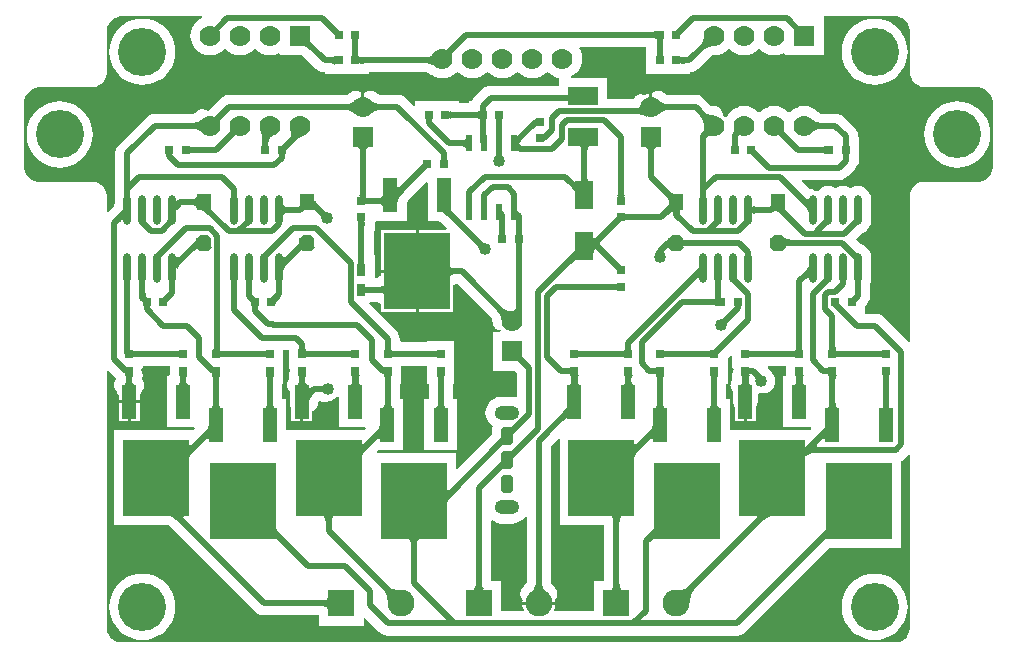
<source format=gtl>
G04*
G04 #@! TF.GenerationSoftware,Altium Limited,Altium Designer,18.1.4 (159)*
G04*
G04 Layer_Physical_Order=1*
G04 Layer_Color=255*
%FSLAX24Y24*%
%MOIN*%
G70*
G01*
G75*
%ADD17R,0.0500X0.0550*%
G04:AMPARAMS|DCode=18|XSize=55mil|YSize=50mil|CornerRadius=0mil|HoleSize=0mil|Usage=FLASHONLY|Rotation=270.000|XOffset=0mil|YOffset=0mil|HoleType=Round|Shape=Octagon|*
%AMOCTAGOND18*
4,1,8,-0.0125,-0.0275,0.0125,-0.0275,0.0250,-0.0150,0.0250,0.0150,0.0125,0.0275,-0.0125,0.0275,-0.0250,0.0150,-0.0250,-0.0150,-0.0125,-0.0275,0.0*
%
%ADD18OCTAGOND18*%

%ADD19R,0.0610X0.0925*%
%ADD20R,0.0276X0.0394*%
%ADD21R,0.1000X0.0600*%
%ADD22R,0.0300X0.0300*%
%ADD23R,0.0236X0.0551*%
%ADD24R,0.0492X0.1122*%
%ADD25R,0.2185X0.2559*%
%ADD26O,0.0276X0.0984*%
%ADD27R,0.0300X0.0300*%
%ADD47C,0.0200*%
%ADD48C,0.0700*%
%ADD49R,0.0700X0.0700*%
%ADD50C,0.0900*%
%ADD51R,0.0900X0.0900*%
G04:AMPARAMS|DCode=52|XSize=59.1mil|YSize=39.4mil|CornerRadius=9.8mil|HoleSize=0mil|Usage=FLASHONLY|Rotation=270.000|XOffset=0mil|YOffset=0mil|HoleType=Round|Shape=RoundedRectangle|*
%AMROUNDEDRECTD52*
21,1,0.0591,0.0197,0,0,270.0*
21,1,0.0394,0.0394,0,0,270.0*
1,1,0.0197,-0.0098,-0.0197*
1,1,0.0197,-0.0098,0.0197*
1,1,0.0197,0.0098,0.0197*
1,1,0.0197,0.0098,-0.0197*
%
%ADD52ROUNDEDRECTD52*%
%ADD53O,0.0827X0.0472*%
%ADD54C,0.0400*%
%ADD55C,0.1600*%
G36*
X4951Y20101D02*
X4949Y20110D01*
X4943Y20119D01*
X4933Y20126D01*
X4919Y20132D01*
X4901Y20138D01*
X4879Y20142D01*
X4853Y20146D01*
X4789Y20150D01*
X4751Y20150D01*
Y20350D01*
X4789Y20350D01*
X4879Y20358D01*
X4901Y20362D01*
X4919Y20368D01*
X4933Y20374D01*
X4943Y20381D01*
X4949Y20390D01*
X4951Y20399D01*
Y20101D01*
D02*
G37*
G36*
X6901Y19873D02*
X6861Y19872D01*
X6823Y19869D01*
X6788Y19864D01*
X6754Y19857D01*
X6721Y19847D01*
X6691Y19835D01*
X6663Y19821D01*
X6637Y19805D01*
X6612Y19787D01*
X6589Y19766D01*
X6448Y19908D01*
X6469Y19930D01*
X6487Y19955D01*
X6503Y19981D01*
X6517Y20010D01*
X6529Y20040D01*
X6538Y20072D01*
X6546Y20106D01*
X6551Y20142D01*
X6554Y20179D01*
X6554Y20219D01*
X6901Y19873D01*
D02*
G37*
G36*
X-6562Y20141D02*
X-6568Y20123D01*
Y20102D01*
X-6562Y20077D01*
X-6551Y20051D01*
X-6534Y20021D01*
X-6512Y19988D01*
X-6483Y19953D01*
X-6410Y19874D01*
X-6551Y19732D01*
X-6592Y19772D01*
X-6666Y19834D01*
X-6698Y19857D01*
X-6728Y19874D01*
X-6755Y19885D01*
X-6779Y19891D01*
X-6800D01*
X-6818Y19885D01*
X-6834Y19874D01*
X-6551Y20157D01*
X-6562Y20141D01*
D02*
G37*
G36*
X13082Y20847D02*
X13173Y20809D01*
X13255Y20755D01*
X13324Y20685D01*
X13379Y20603D01*
X13417Y20512D01*
X13436Y20415D01*
Y20366D01*
Y19004D01*
X13438Y18955D01*
X13457Y18859D01*
X13495Y18768D01*
X13549Y18687D01*
X13619Y18617D01*
X13700Y18563D01*
X13791Y18525D01*
X13887Y18506D01*
X13936Y18504D01*
X15741D01*
X15838Y18485D01*
X15929Y18447D01*
X16010Y18392D01*
X16080Y18323D01*
X16135Y18241D01*
X16173Y18150D01*
X16192Y18053D01*
Y18004D01*
Y15854D01*
Y15805D01*
X16173Y15708D01*
X16135Y15617D01*
X16080Y15536D01*
X16010Y15466D01*
X15929Y15411D01*
X15838Y15374D01*
X15741Y15354D01*
X13890D01*
X13846Y15352D01*
X13758Y15335D01*
X13676Y15301D01*
X13602Y15251D01*
X13539Y15188D01*
X13489Y15114D01*
X13455Y15032D01*
X13438Y14945D01*
X13436Y14900D01*
Y10038D01*
X13386Y10018D01*
X12568Y10835D01*
X12485Y10899D01*
X12387Y10940D01*
X12283Y10953D01*
X12283Y10953D01*
X11947D01*
Y11222D01*
X11985Y11260D01*
X11985Y11260D01*
X12049Y11344D01*
X12090Y11441D01*
X12103Y11545D01*
X12103Y11545D01*
Y11963D01*
X12127Y12019D01*
X12142Y12133D01*
Y12842D01*
X12127Y12956D01*
X12082Y13062D01*
X12012Y13154D01*
X11921Y13224D01*
X11814Y13268D01*
X11790Y13271D01*
X11624Y13438D01*
X11827Y13641D01*
X11921Y13680D01*
X12012Y13750D01*
X12082Y13841D01*
X12127Y13948D01*
X12142Y14062D01*
Y14771D01*
X12127Y14885D01*
X12082Y14991D01*
X12012Y15083D01*
X11921Y15153D01*
X11814Y15197D01*
X11700Y15212D01*
X11586Y15197D01*
X11479Y15153D01*
X11450Y15131D01*
X11421Y15153D01*
X11314Y15197D01*
X11200Y15212D01*
X11086Y15197D01*
X10979Y15153D01*
X10950Y15131D01*
X10921Y15153D01*
X10814Y15197D01*
X10700Y15212D01*
X10586Y15197D01*
X10479Y15153D01*
X10388Y15083D01*
X10351Y15035D01*
X10328Y15031D01*
X10300Y15033D01*
X10290Y15037D01*
X10271Y15052D01*
X10248Y15073D01*
X10240Y15077D01*
X10233Y15083D01*
X10205Y15095D01*
X10178Y15109D01*
X10169Y15111D01*
X10160Y15115D01*
X10131Y15119D01*
X10101Y15126D01*
X10092Y15125D01*
X10082Y15127D01*
X10062Y15125D01*
X9820Y15367D01*
X9839Y15413D01*
X11066D01*
X11066Y15413D01*
X11171Y15427D01*
X11268Y15467D01*
X11352Y15531D01*
X11585Y15765D01*
X11585Y15765D01*
X11649Y15848D01*
X11690Y15946D01*
X11692Y15960D01*
X11750D01*
Y16860D01*
X11703Y16868D01*
X11690Y16973D01*
X11649Y17070D01*
X11585Y17154D01*
X11585Y17154D01*
X11231Y17508D01*
X11147Y17572D01*
X11050Y17612D01*
X10946Y17626D01*
X10946Y17626D01*
X10445D01*
X10443Y17627D01*
X10439Y17628D01*
X10432Y17631D01*
X10424Y17635D01*
X10414Y17642D01*
X10401Y17652D01*
X10387Y17664D01*
X10369Y17681D01*
X10366Y17684D01*
X10267Y17766D01*
X10154Y17826D01*
X10032Y17863D01*
X9904Y17876D01*
X9777Y17863D01*
X9654Y17826D01*
X9541Y17766D01*
X9442Y17684D01*
X9429Y17668D01*
X9379D01*
X9366Y17684D01*
X9267Y17766D01*
X9154Y17826D01*
X9032Y17863D01*
X8904Y17876D01*
X8777Y17863D01*
X8654Y17826D01*
X8541Y17766D01*
X8443Y17684D01*
X8429Y17668D01*
X8379D01*
X8366Y17684D01*
X8267Y17766D01*
X8154Y17826D01*
X8032Y17863D01*
X7904Y17876D01*
X7777Y17863D01*
X7654Y17826D01*
X7541Y17766D01*
X7442Y17684D01*
X7361Y17586D01*
X7318Y17505D01*
X7259Y17500D01*
X7225Y17544D01*
X7202Y17561D01*
X7203Y17567D01*
X7203Y17570D01*
X7203Y17573D01*
X7199Y17609D01*
X7194Y17646D01*
X7193Y17648D01*
X7193Y17651D01*
X7179Y17685D01*
X7166Y17719D01*
X7164Y17721D01*
X7163Y17724D01*
X7140Y17753D01*
X7119Y17783D01*
X7116Y17784D01*
X7115Y17787D01*
X7086Y17809D01*
X7057Y17832D01*
X7054Y17833D01*
X7052Y17835D01*
X7018Y17849D01*
X6984Y17863D01*
X6982Y17864D01*
X6979Y17865D01*
X6943Y17870D01*
X6906Y17875D01*
X6875Y17876D01*
X6856Y17877D01*
X6841Y17879D01*
X6829Y17882D01*
X6820Y17885D01*
X6813Y17887D01*
X6809Y17889D01*
X6807Y17890D01*
X6570Y18127D01*
X6487Y18192D01*
X6389Y18232D01*
X6285Y18246D01*
X6285Y18246D01*
X5344D01*
X5342Y18246D01*
X5339Y18247D01*
X5333Y18249D01*
X5326Y18254D01*
X5317Y18260D01*
X5305Y18269D01*
X5291Y18281D01*
X5270Y18302D01*
X5241Y18325D01*
X5213Y18348D01*
X5210Y18349D01*
X5208Y18351D01*
X5174Y18365D01*
X5140Y18380D01*
X5137Y18380D01*
X5135Y18381D01*
X5099Y18386D01*
X5062Y18392D01*
X5059Y18392D01*
X5057Y18392D01*
X5020Y18387D01*
X4984Y18383D01*
X4981Y18382D01*
X4978Y18382D01*
X4944Y18368D01*
X4910Y18355D01*
X4908Y18353D01*
X4905Y18352D01*
X4876Y18330D01*
X4850Y18311D01*
Y17850D01*
X4750D01*
Y18297D01*
X4683Y18288D01*
X4579Y18246D01*
X4577Y18246D01*
X4573Y18248D01*
X4539Y18256D01*
X4505Y18265D01*
X4500Y18265D01*
X4496Y18266D01*
X4461Y18264D01*
X4426Y18264D01*
X4421Y18262D01*
X4417Y18262D01*
X4384Y18252D01*
X4350Y18242D01*
X4346Y18240D01*
X4342Y18239D01*
X4312Y18220D01*
X4282Y18202D01*
X4279Y18199D01*
X4275Y18196D01*
X4251Y18170D01*
X4227Y18145D01*
X4225Y18141D01*
X4221Y18138D01*
X4205Y18107D01*
X4203Y18103D01*
X3350D01*
Y18800D01*
X2137D01*
X2132Y18807D01*
X2148Y18872D01*
X2213Y18907D01*
X2312Y18988D01*
X2393Y19087D01*
X2453Y19200D01*
X2491Y19323D01*
X2503Y19450D01*
X2491Y19577D01*
X2453Y19700D01*
X2402Y19797D01*
X2425Y19847D01*
X4650D01*
Y18950D01*
X5788D01*
X5799Y18949D01*
X5806Y18950D01*
X5814Y18949D01*
X5819Y18950D01*
X6100D01*
Y18999D01*
X6186Y19010D01*
X6283Y19051D01*
X6367Y19115D01*
X6807Y19555D01*
X6809Y19556D01*
X6813Y19558D01*
X6820Y19561D01*
X6829Y19563D01*
X6841Y19566D01*
X6856Y19568D01*
X6875Y19570D01*
X6899Y19570D01*
X6904Y19569D01*
X7032Y19582D01*
X7154Y19619D01*
X7267Y19680D01*
X7366Y19761D01*
X7379Y19777D01*
X7429D01*
X7442Y19761D01*
X7541Y19680D01*
X7654Y19619D01*
X7777Y19582D01*
X7904Y19569D01*
X8032Y19582D01*
X8154Y19619D01*
X8267Y19680D01*
X8366Y19761D01*
X8379Y19777D01*
X8429D01*
X8443Y19761D01*
X8541Y19680D01*
X8654Y19619D01*
X8777Y19582D01*
X8904Y19569D01*
X9032Y19582D01*
X9154Y19619D01*
X9211Y19650D01*
X9254Y19624D01*
Y19573D01*
X10554D01*
Y20866D01*
X12985D01*
X13082Y20847D01*
D02*
G37*
G36*
X5801Y19540D02*
X5807Y19531D01*
X5817Y19524D01*
X5831Y19518D01*
X5849Y19512D01*
X5871Y19508D01*
X5897Y19504D01*
X5961Y19500D01*
X5999Y19500D01*
Y19300D01*
X5961Y19299D01*
X5871Y19292D01*
X5849Y19288D01*
X5831Y19282D01*
X5817Y19276D01*
X5807Y19269D01*
X5801Y19260D01*
X5799Y19251D01*
Y19549D01*
X5801Y19540D01*
D02*
G37*
G36*
X-4899D02*
X-4893Y19531D01*
X-4883Y19524D01*
X-4869Y19518D01*
X-4851Y19512D01*
X-4829Y19508D01*
X-4803Y19504D01*
X-4739Y19500D01*
X-4701Y19500D01*
Y19300D01*
X-4739Y19299D01*
X-4829Y19292D01*
X-4851Y19288D01*
X-4869Y19282D01*
X-4883Y19276D01*
X-4893Y19269D01*
X-4899Y19260D01*
X-4901Y19251D01*
Y19549D01*
X-4899Y19540D01*
D02*
G37*
G36*
X-5749Y19251D02*
X-5751Y19260D01*
X-5757Y19269D01*
X-5767Y19276D01*
X-5781Y19282D01*
X-5799Y19288D01*
X-5821Y19292D01*
X-5847Y19296D01*
X-5911Y19299D01*
X-5949Y19300D01*
Y19500D01*
X-5911Y19500D01*
X-5821Y19508D01*
X-5799Y19512D01*
X-5781Y19518D01*
X-5767Y19524D01*
X-5757Y19531D01*
X-5751Y19540D01*
X-5749Y19549D01*
Y19251D01*
D02*
G37*
G36*
X-2362Y19172D02*
X-2396Y19196D01*
X-2461Y19237D01*
X-2493Y19254D01*
X-2525Y19268D01*
X-2556Y19279D01*
X-2587Y19288D01*
X-2617Y19295D01*
X-2647Y19299D01*
X-2676Y19300D01*
X-2706Y19500D01*
X-2675Y19502D01*
X-2644Y19506D01*
X-2615Y19514D01*
X-2586Y19525D01*
X-2558Y19539D01*
X-2531Y19556D01*
X-2505Y19577D01*
X-2480Y19600D01*
X-2456Y19627D01*
X-2432Y19657D01*
X-2362Y19172D01*
D02*
G37*
G36*
X-10168Y20816D02*
X-10263Y20766D01*
X-10362Y20684D01*
X-10443Y20585D01*
X-10503Y20473D01*
X-10541Y20350D01*
X-10553Y20223D01*
X-10541Y20095D01*
X-10503Y19973D01*
X-10443Y19860D01*
X-10362Y19761D01*
X-10263Y19680D01*
X-10150Y19619D01*
X-10027Y19582D01*
X-9900Y19569D01*
X-9773Y19582D01*
X-9650Y19619D01*
X-9537Y19680D01*
X-9438Y19761D01*
X-9425Y19777D01*
X-9375D01*
X-9362Y19761D01*
X-9263Y19680D01*
X-9150Y19619D01*
X-9027Y19582D01*
X-8900Y19569D01*
X-8773Y19582D01*
X-8650Y19619D01*
X-8537Y19680D01*
X-8438Y19761D01*
X-8425Y19777D01*
X-8375D01*
X-8362Y19761D01*
X-8263Y19680D01*
X-8150Y19619D01*
X-8027Y19582D01*
X-7900Y19569D01*
X-7773Y19582D01*
X-7650Y19619D01*
X-7593Y19650D01*
X-7550Y19624D01*
Y19573D01*
X-6845D01*
X-6834Y19571D01*
X-6825Y19572D01*
X-6796Y19548D01*
X-6363Y19115D01*
X-6363Y19115D01*
X-6279Y19051D01*
X-6182Y19010D01*
X-6077Y18997D01*
X-6050Y18959D01*
Y18950D01*
X-5769D01*
X-5764Y18949D01*
X-5756Y18950D01*
X-5749Y18949D01*
X-5738Y18950D01*
X-4912D01*
X-4901Y18949D01*
X-4894Y18950D01*
X-4886Y18949D01*
X-4881Y18950D01*
X-4600D01*
Y18997D01*
X-2669D01*
X-2668Y18996D01*
X-2661Y18995D01*
X-2651Y18992D01*
X-2639Y18988D01*
X-2625Y18981D01*
X-2612Y18974D01*
X-2566Y18945D01*
X-2541Y18927D01*
X-2532Y18923D01*
X-2513Y18907D01*
X-2400Y18847D01*
X-2277Y18809D01*
X-2150Y18797D01*
X-2023Y18809D01*
X-1900Y18847D01*
X-1787Y18907D01*
X-1688Y18988D01*
X-1675Y19004D01*
X-1625D01*
X-1612Y18988D01*
X-1513Y18907D01*
X-1400Y18847D01*
X-1277Y18809D01*
X-1150Y18797D01*
X-1023Y18809D01*
X-900Y18847D01*
X-787Y18907D01*
X-688Y18988D01*
X-675Y19004D01*
X-625D01*
X-612Y18988D01*
X-513Y18907D01*
X-400Y18847D01*
X-277Y18809D01*
X-150Y18797D01*
X-23Y18809D01*
X100Y18847D01*
X213Y18907D01*
X312Y18988D01*
X325Y19004D01*
X375D01*
X388Y18988D01*
X487Y18907D01*
X600Y18847D01*
X723Y18809D01*
X850Y18797D01*
X977Y18809D01*
X1100Y18847D01*
X1213Y18907D01*
X1312Y18988D01*
X1325Y19004D01*
X1375D01*
X1388Y18988D01*
X1487Y18907D01*
X1600Y18847D01*
X1706Y18814D01*
X1750Y18800D01*
Y18553D01*
X-543D01*
X-647Y18540D01*
X-745Y18499D01*
X-828Y18435D01*
X-828Y18435D01*
X-1085Y18178D01*
X-1149Y18095D01*
X-1176Y18029D01*
X-1250D01*
Y17983D01*
X-1600D01*
Y18029D01*
X-1881D01*
X-1886Y18030D01*
X-1894Y18030D01*
X-1901Y18031D01*
X-1912Y18029D01*
X-3050D01*
Y17886D01*
X-3096Y17867D01*
X-3365Y18135D01*
X-3448Y18199D01*
X-3546Y18240D01*
X-3650Y18253D01*
X-3650Y18253D01*
X-4259D01*
X-4261Y18254D01*
X-4266Y18255D01*
X-4272Y18258D01*
X-4280Y18263D01*
X-4291Y18269D01*
X-4303Y18279D01*
X-4318Y18291D01*
X-4340Y18313D01*
X-4369Y18335D01*
X-4399Y18357D01*
X-4401Y18358D01*
X-4403Y18360D01*
X-4438Y18373D01*
X-4472Y18387D01*
X-4474Y18388D01*
X-4477Y18389D01*
X-4514Y18393D01*
X-4550Y18398D01*
X-4553Y18397D01*
X-4555Y18398D01*
X-4592Y18392D01*
X-4628Y18387D01*
X-4631Y18386D01*
X-4633Y18386D01*
X-4667Y18371D01*
X-4701Y18357D01*
X-4703Y18355D01*
X-4706Y18354D01*
X-4735Y18331D01*
X-4750Y18320D01*
Y17850D01*
X-4850D01*
Y18311D01*
X-4876Y18330D01*
X-4905Y18352D01*
X-4908Y18353D01*
X-4910Y18355D01*
X-4944Y18368D01*
X-4978Y18382D01*
X-4981Y18382D01*
X-4984Y18383D01*
X-5020Y18387D01*
X-5057Y18392D01*
X-5059Y18392D01*
X-5062Y18392D01*
X-5098Y18386D01*
X-5135Y18381D01*
X-5137Y18380D01*
X-5140Y18380D01*
X-5174Y18365D01*
X-5208Y18351D01*
X-5210Y18349D01*
X-5213Y18348D01*
X-5241Y18325D01*
X-5270Y18302D01*
X-5291Y18281D01*
X-5305Y18269D01*
X-5317Y18260D01*
X-5326Y18254D01*
X-5333Y18249D01*
X-5339Y18247D01*
X-5342Y18246D01*
X-5344Y18246D01*
X-9280D01*
X-9385Y18232D01*
X-9482Y18192D01*
X-9566Y18127D01*
X-9979Y17715D01*
X-9994Y17727D01*
X-9997Y17728D01*
X-9999Y17730D01*
X-10033Y17744D01*
X-10066Y17758D01*
X-10069Y17759D01*
X-10072Y17760D01*
X-10108Y17765D01*
X-10145Y17770D01*
X-10147Y17770D01*
X-10150Y17770D01*
X-10186Y17765D01*
X-10223Y17761D01*
X-10226Y17760D01*
X-10228Y17760D01*
X-10262Y17746D01*
X-10297Y17732D01*
X-10299Y17731D01*
X-10301Y17730D01*
X-10330Y17707D01*
X-10360Y17685D01*
X-10382Y17664D01*
X-10397Y17652D01*
X-10409Y17642D01*
X-10420Y17635D01*
X-10428Y17631D01*
X-10434Y17628D01*
X-10439Y17627D01*
X-10441Y17626D01*
X-11723D01*
X-11827Y17612D01*
X-11924Y17572D01*
X-12008Y17508D01*
X-12935Y16581D01*
X-12999Y16497D01*
X-13040Y16400D01*
X-13053Y16295D01*
X-13053Y16295D01*
Y15100D01*
X-13053Y15100D01*
X-13053Y15100D01*
Y14703D01*
X-13063Y14678D01*
X-13076Y14649D01*
X-13078Y14641D01*
X-13080Y14633D01*
X-13084Y14602D01*
X-13089Y14571D01*
X-13089Y14563D01*
X-13091Y14558D01*
X-13096Y14550D01*
X-13103Y14540D01*
X-13113Y14526D01*
X-13125Y14512D01*
X-13290Y14347D01*
X-13336Y14366D01*
Y14854D01*
X-13338Y14903D01*
X-13357Y14999D01*
X-13395Y15090D01*
X-13449Y15172D01*
X-13519Y15241D01*
X-13600Y15295D01*
X-13691Y15333D01*
X-13787Y15352D01*
X-13836Y15354D01*
X-15641D01*
X-15738Y15374D01*
X-15829Y15411D01*
X-15910Y15466D01*
X-15980Y15536D01*
X-16035Y15617D01*
X-16072Y15708D01*
X-16092Y15805D01*
Y15854D01*
Y18004D01*
Y18053D01*
X-16072Y18150D01*
X-16035Y18241D01*
X-15980Y18323D01*
X-15910Y18392D01*
X-15829Y18447D01*
X-15738Y18485D01*
X-15641Y18504D01*
X-13836D01*
X-13787Y18506D01*
X-13691Y18525D01*
X-13600Y18563D01*
X-13519Y18617D01*
X-13449Y18687D01*
X-13395Y18768D01*
X-13357Y18859D01*
X-13338Y18955D01*
X-13336Y19004D01*
Y20366D01*
Y20415D01*
X-13317Y20512D01*
X-13279Y20603D01*
X-13224Y20685D01*
X-13155Y20754D01*
X-13073Y20809D01*
X-12982Y20847D01*
X-12885Y20866D01*
X-12836D01*
Y20866D01*
X-10181D01*
X-10168Y20816D01*
D02*
G37*
G36*
X-4521Y18067D02*
X-4493Y18043D01*
X-4464Y18021D01*
X-4435Y18002D01*
X-4405Y17986D01*
X-4375Y17973D01*
X-4346Y17963D01*
X-4315Y17956D01*
X-4285Y17951D01*
X-4255Y17950D01*
Y17750D01*
X-4285Y17749D01*
X-4315Y17744D01*
X-4346Y17737D01*
X-4375Y17727D01*
X-4405Y17714D01*
X-4435Y17698D01*
X-4464Y17679D01*
X-4493Y17657D01*
X-4521Y17633D01*
X-4550Y17605D01*
Y18095D01*
X-4521Y18067D01*
D02*
G37*
G36*
X5083Y18061D02*
X5111Y18036D01*
X5140Y18014D01*
X5168Y17995D01*
X5197Y17979D01*
X5227Y17966D01*
X5257Y17955D01*
X5287Y17948D01*
X5317Y17944D01*
X5348Y17942D01*
X5343Y17742D01*
X5313Y17741D01*
X5282Y17736D01*
X5252Y17729D01*
X5222Y17719D01*
X5192Y17706D01*
X5162Y17691D01*
X5133Y17672D01*
X5103Y17651D01*
X5074Y17627D01*
X5044Y17599D01*
X5055Y18089D01*
X5083Y18061D01*
D02*
G37*
G36*
X-5044Y17599D02*
X-5074Y17627D01*
X-5103Y17651D01*
X-5133Y17672D01*
X-5162Y17691D01*
X-5192Y17706D01*
X-5222Y17719D01*
X-5252Y17729D01*
X-5282Y17736D01*
X-5313Y17741D01*
X-5343Y17742D01*
X-5348Y17942D01*
X-5317Y17944D01*
X-5287Y17948D01*
X-5257Y17955D01*
X-5227Y17966D01*
X-5197Y17979D01*
X-5168Y17995D01*
X-5140Y18014D01*
X-5111Y18036D01*
X-5083Y18061D01*
X-5055Y18089D01*
X-5044Y17599D01*
D02*
G37*
G36*
X4674Y17523D02*
X4635Y17538D01*
X4492Y17581D01*
X4460Y17588D01*
X4400Y17597D01*
X4372Y17599D01*
X4345Y17600D01*
X4244Y17800D01*
X4276Y17802D01*
X4307Y17807D01*
X4335Y17815D01*
X4361Y17826D01*
X4384Y17841D01*
X4406Y17859D01*
X4425Y17880D01*
X4442Y17905D01*
X4457Y17933D01*
X4469Y17964D01*
X4674Y17523D01*
D02*
G37*
G36*
X-949Y17431D02*
X-951Y17440D01*
X-957Y17448D01*
X-967Y17455D01*
X-981Y17462D01*
X-999Y17467D01*
X-1021Y17472D01*
X-1047Y17475D01*
X-1111Y17479D01*
X-1149Y17479D01*
Y17679D01*
X-1111Y17680D01*
X-1021Y17687D01*
X-999Y17692D01*
X-981Y17697D01*
X-967Y17703D01*
X-957Y17711D01*
X-951Y17719D01*
X-949Y17728D01*
Y17431D01*
D02*
G37*
G36*
X-1899Y17719D02*
X-1893Y17711D01*
X-1883Y17703D01*
X-1869Y17697D01*
X-1851Y17692D01*
X-1829Y17687D01*
X-1803Y17684D01*
X-1739Y17680D01*
X-1701Y17679D01*
Y17479D01*
X-1739Y17479D01*
X-1829Y17472D01*
X-1851Y17467D01*
X-1869Y17462D01*
X-1883Y17455D01*
X-1893Y17448D01*
X-1899Y17440D01*
X-1901Y17431D01*
Y17728D01*
X-1899Y17719D01*
D02*
G37*
G36*
X6612Y17658D02*
X6637Y17640D01*
X6663Y17624D01*
X6691Y17610D01*
X6721Y17598D01*
X6754Y17589D01*
X6788Y17581D01*
X6823Y17576D01*
X6861Y17573D01*
X6901Y17573D01*
X6554Y17226D01*
X6554Y17266D01*
X6551Y17304D01*
X6546Y17339D01*
X6538Y17373D01*
X6529Y17406D01*
X6517Y17436D01*
X6503Y17464D01*
X6487Y17490D01*
X6469Y17515D01*
X6448Y17538D01*
X6589Y17679D01*
X6612Y17658D01*
D02*
G37*
G36*
X10183Y17440D02*
X10212Y17415D01*
X10241Y17394D01*
X10270Y17375D01*
X10299Y17359D01*
X10329Y17346D01*
X10359Y17336D01*
X10389Y17328D01*
X10419Y17324D01*
X10450Y17323D01*
Y17123D01*
X10419Y17121D01*
X10389Y17117D01*
X10359Y17110D01*
X10329Y17099D01*
X10299Y17086D01*
X10270Y17070D01*
X10241Y17052D01*
X10212Y17030D01*
X10183Y17005D01*
X10154Y16978D01*
Y17468D01*
X10183Y17440D01*
D02*
G37*
G36*
X-10150Y16978D02*
X-10178Y17005D01*
X-10207Y17030D01*
X-10236Y17052D01*
X-10265Y17070D01*
X-10295Y17086D01*
X-10325Y17099D01*
X-10354Y17110D01*
X-10385Y17117D01*
X-10415Y17121D01*
X-10445Y17123D01*
Y17323D01*
X-10415Y17324D01*
X-10385Y17328D01*
X-10354Y17336D01*
X-10325Y17346D01*
X-10295Y17359D01*
X-10265Y17375D01*
X-10236Y17394D01*
X-10207Y17415D01*
X-10178Y17440D01*
X-10150Y17468D01*
Y16978D01*
D02*
G37*
G36*
X508Y16759D02*
X481Y16730D01*
X457Y16702D01*
X436Y16674D01*
X418Y16645D01*
X408Y16628D01*
X457Y16576D01*
X508Y16525D01*
X371Y16379D01*
X370Y16380D01*
X370Y16380D01*
X369Y16381D01*
X368Y16381D01*
X368Y16380D01*
X368Y16380D01*
X367Y16379D01*
X367Y16378D01*
X367Y16377D01*
X367Y16375D01*
Y16476D01*
Y16916D01*
X368Y16914D01*
X373Y16916D01*
X380Y16921D01*
X390Y16928D01*
X418Y16954D01*
X508Y17041D01*
Y16759D01*
D02*
G37*
G36*
X6815Y16884D02*
X6798Y16887D01*
X6780Y16888D01*
X6762Y16886D01*
X6743Y16881D01*
X6724Y16874D01*
X6704Y16864D01*
X6684Y16851D01*
X6663Y16836D01*
X6642Y16818D01*
X6621Y16798D01*
X6479Y16939D01*
X6500Y16961D01*
X6518Y16982D01*
X6533Y17002D01*
X6546Y17022D01*
X6555Y17042D01*
X6563Y17061D01*
X6568Y17080D01*
X6570Y17098D01*
X6569Y17116D01*
X6566Y17133D01*
X6815Y16884D01*
D02*
G37*
G36*
X-6758Y16903D02*
X-6795Y16886D01*
X-6927Y16815D01*
X-6954Y16797D01*
X-7003Y16761D01*
X-7025Y16743D01*
X-7044Y16724D01*
X-7258Y16794D01*
X-7236Y16818D01*
X-7218Y16843D01*
X-7204Y16868D01*
X-7193Y16895D01*
X-7187Y16922D01*
X-7185Y16950D01*
X-7186Y16979D01*
X-7192Y17008D01*
X-7201Y17038D01*
X-7214Y17069D01*
X-6758Y16903D01*
D02*
G37*
G36*
X-7786Y16892D02*
X-7817Y16879D01*
X-7845Y16865D01*
X-7870Y16848D01*
X-7891Y16828D01*
X-7909Y16807D01*
X-7924Y16783D01*
X-7935Y16757D01*
X-7943Y16729D01*
X-7948Y16699D01*
X-7950Y16666D01*
X-8150Y16768D01*
X-8151Y16794D01*
X-8153Y16822D01*
X-8162Y16883D01*
X-8169Y16915D01*
X-8199Y17020D01*
X-8212Y17058D01*
X-8227Y17097D01*
X-7786Y16892D01*
D02*
G37*
G36*
X-1366Y16442D02*
X-1368Y16461D01*
X-1374Y16478D01*
X-1384Y16493D01*
X-1398Y16506D01*
X-1416Y16517D01*
X-1438Y16526D01*
X-1464Y16533D01*
X-1494Y16538D01*
X-1529Y16541D01*
X-1567Y16542D01*
Y16742D01*
X-1529Y16743D01*
X-1494Y16746D01*
X-1464Y16751D01*
X-1438Y16758D01*
X-1416Y16767D01*
X-1398Y16778D01*
X-1384Y16791D01*
X-1374Y16806D01*
X-1368Y16823D01*
X-1366Y16842D01*
Y16442D01*
D02*
G37*
G36*
X2758Y16550D02*
X2741Y16544D01*
X2726Y16534D01*
X2713Y16520D01*
X2702Y16502D01*
X2693Y16480D01*
X2686Y16454D01*
X2681Y16424D01*
X2678Y16389D01*
X2677Y16351D01*
X2477D01*
X2476Y16389D01*
X2473Y16424D01*
X2468Y16454D01*
X2461Y16480D01*
X2452Y16502D01*
X2441Y16520D01*
X2428Y16534D01*
X2413Y16544D01*
X2396Y16550D01*
X2377Y16552D01*
X2777D01*
X2758Y16550D01*
D02*
G37*
G36*
X4981Y16499D02*
X4964Y16493D01*
X4949Y16483D01*
X4936Y16469D01*
X4925Y16451D01*
X4916Y16429D01*
X4909Y16403D01*
X4904Y16373D01*
X4901Y16339D01*
X4900Y16301D01*
X4700D01*
X4699Y16339D01*
X4696Y16373D01*
X4691Y16403D01*
X4684Y16429D01*
X4675Y16451D01*
X4664Y16469D01*
X4651Y16483D01*
X4636Y16493D01*
X4619Y16499D01*
X4600Y16501D01*
X5000D01*
X4981Y16499D01*
D02*
G37*
G36*
X-4619D02*
X-4636Y16493D01*
X-4651Y16483D01*
X-4664Y16469D01*
X-4675Y16451D01*
X-4684Y16429D01*
X-4691Y16403D01*
X-4696Y16373D01*
X-4699Y16339D01*
X-4700Y16301D01*
X-4900D01*
X-4901Y16339D01*
X-4904Y16373D01*
X-4909Y16403D01*
X-4916Y16429D01*
X-4925Y16451D01*
X-4936Y16469D01*
X-4949Y16483D01*
X-4964Y16493D01*
X-4981Y16499D01*
X-5000Y16501D01*
X-4600D01*
X-4619Y16499D01*
D02*
G37*
G36*
X10601Y16261D02*
X10599Y16270D01*
X10593Y16279D01*
X10583Y16286D01*
X10569Y16292D01*
X10551Y16298D01*
X10529Y16302D01*
X10503Y16305D01*
X10439Y16309D01*
X10401Y16310D01*
Y16510D01*
X10439Y16510D01*
X10529Y16518D01*
X10551Y16522D01*
X10569Y16527D01*
X10583Y16534D01*
X10593Y16541D01*
X10599Y16549D01*
X10601Y16559D01*
Y16261D01*
D02*
G37*
G36*
X2678Y15520D02*
X2681Y15485D01*
X2686Y15455D01*
X2693Y15429D01*
X2702Y15407D01*
X2713Y15389D01*
X2726Y15375D01*
X2741Y15365D01*
X2758Y15359D01*
X2777Y15357D01*
X2377D01*
X2396Y15359D01*
X2413Y15365D01*
X2428Y15375D01*
X2441Y15389D01*
X2452Y15407D01*
X2461Y15429D01*
X2468Y15455D01*
X2473Y15485D01*
X2476Y15520D01*
X2477Y15558D01*
X2677D01*
X2678Y15520D01*
D02*
G37*
G36*
X-3438Y15020D02*
X-3479Y14978D01*
X-3547Y14899D01*
X-3575Y14861D01*
X-3598Y14825D01*
X-3617Y14791D01*
X-3632Y14757D01*
X-3643Y14726D01*
X-3649Y14696D01*
X-3652Y14667D01*
Y15232D01*
X-3650Y15207D01*
X-3646Y15187D01*
X-3639Y15173D01*
X-3629Y15164D01*
X-3616Y15161D01*
X-3600Y15164D01*
X-3582Y15173D01*
X-3560Y15187D01*
X-3536Y15207D01*
X-3509Y15232D01*
X-3438Y15020D01*
D02*
G37*
G36*
X2159Y15457D02*
X2272Y15356D01*
X2274Y15358D01*
Y14918D01*
X2272Y14946D01*
X2268Y14974D01*
X2261Y15002D01*
X2251Y15031D01*
X2238Y15059D01*
X2223Y15087D01*
X2204Y15116D01*
X2183Y15144D01*
X2159Y15172D01*
X2132Y15200D01*
Y15483D01*
X2159Y15457D01*
D02*
G37*
G36*
X3900Y15026D02*
X3908Y14936D01*
X3912Y14914D01*
X3918Y14896D01*
X3924Y14882D01*
X3931Y14872D01*
X3940Y14866D01*
X3949Y14864D01*
X3651D01*
X3660Y14866D01*
X3669Y14872D01*
X3676Y14882D01*
X3682Y14896D01*
X3688Y14914D01*
X3692Y14936D01*
X3696Y14962D01*
X3700Y15026D01*
X3700Y15064D01*
X3900D01*
X3900Y15026D01*
D02*
G37*
G36*
X-4703Y14864D02*
X-5000Y14863D01*
X-4981Y14865D01*
X-4964Y14871D01*
X-4949Y14881D01*
X-4936Y14895D01*
X-4925Y14913D01*
X-4916Y14935D01*
X-4909Y14961D01*
X-4904Y14991D01*
X-4901Y15026D01*
X-4900Y15064D01*
X-4700D01*
X-4703Y14864D01*
D02*
G37*
G36*
X5418Y15049D02*
X5493Y14986D01*
X5526Y14963D01*
X5556Y14946D01*
X5583Y14934D01*
X5607Y14929D01*
X5627Y14930D01*
X5645Y14936D01*
X5659Y14949D01*
X5430Y14675D01*
X5658Y14402D01*
X5792D01*
X5784Y14401D01*
X5777Y14397D01*
X5770Y14390D01*
X5765Y14380D01*
X5760Y14367D01*
X5757Y14351D01*
X5754Y14332D01*
X5752Y14311D01*
X5750Y14260D01*
X5550D01*
X5550Y14287D01*
X5546Y14332D01*
X5543Y14351D01*
X5540Y14367D01*
X5535Y14380D01*
X5530Y14389D01*
X5526Y14387D01*
X5493Y14364D01*
X5457Y14335D01*
X5376Y14260D01*
X5260Y14426D01*
X5298Y14466D01*
X5359Y14538D01*
X5381Y14570D01*
X5398Y14600D01*
X5410Y14627D01*
X5416Y14651D01*
X5416Y14658D01*
X5401Y14641D01*
X5411Y14658D01*
X5416Y14675D01*
X5411Y14692D01*
X5401Y14709D01*
X5416Y14692D01*
X5416Y14699D01*
X5410Y14723D01*
X5398Y14750D01*
X5381Y14780D01*
X5359Y14812D01*
X5331Y14847D01*
X5298Y14884D01*
X5260Y14924D01*
X5376Y15090D01*
X5418Y15049D01*
D02*
G37*
G36*
X-4139Y14515D02*
X-4141Y14534D01*
X-4147Y14551D01*
X-4157Y14566D01*
X-4171Y14579D01*
X-4189Y14590D01*
X-4211Y14599D01*
X-4238Y14606D01*
X-4268Y14611D01*
X-4302Y14614D01*
X-4340Y14615D01*
Y14815D01*
X-4302Y14816D01*
X-4268Y14819D01*
X-4238Y14824D01*
X-4211Y14831D01*
X-4189Y14840D01*
X-4171Y14851D01*
X-4157Y14864D01*
X-4147Y14879D01*
X-4141Y14896D01*
X-4139Y14915D01*
Y14515D01*
D02*
G37*
G36*
X-10349Y14475D02*
X-10351Y14494D01*
X-10357Y14511D01*
X-10367Y14526D01*
X-10381Y14539D01*
X-10399Y14550D01*
X-10421Y14559D01*
X-10447Y14566D01*
X-10477Y14571D01*
X-10511Y14574D01*
X-10549Y14575D01*
Y14775D01*
X-10511Y14776D01*
X-10477Y14779D01*
X-10447Y14784D01*
X-10421Y14791D01*
X-10399Y14800D01*
X-10381Y14811D01*
X-10367Y14824D01*
X-10357Y14839D01*
X-10351Y14856D01*
X-10349Y14875D01*
Y14475D01*
D02*
G37*
G36*
X-11016Y14774D02*
X-11014Y14759D01*
X-11011Y14746D01*
X-11007Y14737D01*
X-11002Y14731D01*
X-10996Y14727D01*
X-10989Y14727D01*
X-10981Y14730D01*
X-10972Y14736D01*
X-10962Y14746D01*
X-10871Y14554D01*
X-10898Y14526D01*
X-10944Y14472D01*
X-10962Y14447D01*
X-10978Y14422D01*
X-10991Y14398D01*
X-11001Y14375D01*
X-11008Y14354D01*
X-11012Y14332D01*
X-11013Y14312D01*
X-11016Y14793D01*
X-11016Y14774D01*
D02*
G37*
G36*
X9950Y14809D02*
X9976Y14788D01*
X9998Y14772D01*
X10018Y14762D01*
X10035Y14758D01*
X10049Y14760D01*
X10060Y14767D01*
X10068Y14780D01*
X10074Y14799D01*
X10076Y14824D01*
X10063Y14271D01*
X10063Y14299D01*
X10059Y14326D01*
X10052Y14354D01*
X10042Y14382D01*
X10029Y14411D01*
X10014Y14439D01*
X9995Y14467D01*
X9973Y14496D01*
X9948Y14525D01*
X9921Y14554D01*
Y14837D01*
X9950Y14809D01*
D02*
G37*
G36*
X-6401Y14806D02*
X-6397Y14778D01*
X-6389Y14750D01*
X-6379Y14721D01*
X-6367Y14693D01*
X-6351Y14665D01*
X-6332Y14636D01*
X-6311Y14608D01*
X-6287Y14580D01*
X-6260Y14551D01*
Y14268D01*
X-6401Y14401D01*
X-6402Y14834D01*
X-6401Y14806D01*
D02*
G37*
G36*
X9299Y14401D02*
X9299Y14400D01*
X9301Y14396D01*
X9307Y14388D01*
X9343Y14350D01*
X9432Y14260D01*
X9149D01*
X9120Y14287D01*
X9092Y14311D01*
X9064Y14332D01*
X9035Y14351D01*
X9007Y14367D01*
X8979Y14379D01*
X8950Y14389D01*
X8922Y14397D01*
X8894Y14401D01*
X8866Y14402D01*
X9299Y14401D01*
D02*
G37*
G36*
X-9869Y14544D02*
X-9880Y14530D01*
X-9883Y14512D01*
X-9879Y14490D01*
X-9868Y14464D01*
X-9850Y14434D01*
X-9826Y14399D01*
X-9794Y14360D01*
X-9710Y14271D01*
X-9982Y14260D01*
X-10017Y14294D01*
X-10083Y14348D01*
X-10113Y14369D01*
X-10143Y14386D01*
X-10170Y14398D01*
X-10196Y14405D01*
X-10220Y14409D01*
X-10243Y14408D01*
X-10265Y14402D01*
X-9852Y14554D01*
X-9869Y14544D01*
D02*
G37*
G36*
X8189Y14597D02*
X8195Y14580D01*
X8205Y14565D01*
X8219Y14552D01*
X8237Y14541D01*
X8259Y14532D01*
X8285Y14525D01*
X8315Y14520D01*
X8350Y14517D01*
X8388Y14516D01*
Y14316D01*
X8350Y14315D01*
X8315Y14312D01*
X8285Y14307D01*
X8259Y14300D01*
X8237Y14291D01*
X8219Y14280D01*
X8205Y14267D01*
X8195Y14252D01*
X8189Y14235D01*
X8187Y14216D01*
Y14616D01*
X8189Y14597D01*
D02*
G37*
G36*
X-7461D02*
X-7455Y14580D01*
X-7445Y14565D01*
X-7431Y14552D01*
X-7413Y14541D01*
X-7391Y14532D01*
X-7365Y14525D01*
X-7335Y14520D01*
X-7300Y14517D01*
X-7262Y14516D01*
Y14316D01*
X-7300Y14315D01*
X-7335Y14312D01*
X-7365Y14307D01*
X-7391Y14300D01*
X-7413Y14291D01*
X-7431Y14280D01*
X-7445Y14267D01*
X-7455Y14252D01*
X-7461Y14235D01*
X-7463Y14216D01*
Y14616D01*
X-7461Y14597D01*
D02*
G37*
G36*
X-1873Y14498D02*
X-1883Y14484D01*
X-1887Y14466D01*
X-1883Y14444D01*
X-1872Y14418D01*
X-1854Y14387D01*
X-1830Y14353D01*
X-1798Y14314D01*
X-1714Y14224D01*
X-1985Y14213D01*
X-2021Y14247D01*
X-2087Y14302D01*
X-2117Y14323D01*
X-2146Y14339D01*
X-2174Y14351D01*
X-2200Y14359D01*
X-2224Y14362D01*
X-2247Y14361D01*
X-2268Y14356D01*
X-1856Y14507D01*
X-1873Y14498D01*
D02*
G37*
G36*
X-12774Y14008D02*
X-12776Y14033D01*
X-12782Y14052D01*
X-12790Y14066D01*
X-12801Y14073D01*
X-12815Y14075D01*
X-12832Y14071D01*
X-12852Y14061D01*
X-12874Y14045D01*
X-12900Y14023D01*
X-12929Y13996D01*
Y14279D01*
X-12902Y14308D01*
X-12877Y14336D01*
X-12855Y14365D01*
X-12836Y14394D01*
X-12821Y14422D01*
X-12808Y14450D01*
X-12798Y14478D01*
X-12791Y14506D01*
X-12787Y14534D01*
X-12787Y14561D01*
X-12774Y14008D01*
D02*
G37*
G36*
X-4712Y14014D02*
X-4721Y14008D01*
X-4728Y13998D01*
X-4734Y13984D01*
X-4740Y13966D01*
X-4744Y13944D01*
X-4747Y13918D01*
X-4751Y13854D01*
X-4752Y13816D01*
X-4952D01*
X-4952Y13854D01*
X-4960Y13944D01*
X-4964Y13966D01*
X-4969Y13984D01*
X-4976Y13998D01*
X-4983Y14008D01*
X-4991Y14014D01*
X-5001Y14016D01*
X-4703D01*
X-4712Y14014D01*
D02*
G37*
G36*
X3093Y13317D02*
X3053Y13275D01*
X2996Y13209D01*
Y13104D01*
X2974Y13103D01*
X2921Y13100D01*
X2914Y13087D01*
X2899Y13054D01*
X2889Y13023D01*
X2882Y12992D01*
X2880Y12963D01*
Y13088D01*
Y13319D01*
Y13529D01*
X2882Y13504D01*
X2886Y13484D01*
X2893Y13469D01*
X2903Y13461D01*
X2916Y13458D01*
X2932Y13461D01*
X2950Y13469D01*
X2971Y13484D01*
X2996Y13504D01*
X3023Y13529D01*
X3093Y13317D01*
D02*
G37*
G36*
X9250Y13505D02*
X9257Y13488D01*
X9270Y13474D01*
X9288Y13461D01*
X9310Y13450D01*
X9338Y13441D01*
X9371Y13434D01*
X9408Y13429D01*
X9451Y13426D01*
X9499Y13425D01*
Y13225D01*
X9451Y13224D01*
X9371Y13216D01*
X9338Y13209D01*
X9310Y13200D01*
X9288Y13189D01*
X9270Y13176D01*
X9257Y13162D01*
X9250Y13145D01*
X9247Y13126D01*
Y13524D01*
X9250Y13505D01*
D02*
G37*
G36*
X-846Y13357D02*
X-816Y13332D01*
X-802Y13322D01*
X-788Y13313D01*
X-775Y13306D01*
X-762Y13301D01*
X-750Y13297D01*
X-738Y13295D01*
X-727Y13294D01*
X-925Y13096D01*
X-925Y13107D01*
X-928Y13119D01*
X-931Y13132D01*
X-937Y13144D01*
X-944Y13158D01*
X-952Y13171D01*
X-963Y13185D01*
X-974Y13200D01*
X-1003Y13231D01*
X-861Y13372D01*
X-846Y13357D01*
D02*
G37*
G36*
X5294Y13102D02*
X5279Y13087D01*
X5255Y13058D01*
X5246Y13046D01*
X5239Y13034D01*
X5235Y13024D01*
X5233Y13014D01*
X5233Y13006D01*
X5235Y12999D01*
X5240Y12993D01*
X4982Y13011D01*
X5114Y13206D01*
X5294Y13102D01*
D02*
G37*
G36*
X-7321Y12625D02*
X-7348Y12596D01*
X-7373Y12567D01*
X-7395Y12538D01*
X-7414Y12510D01*
X-7429Y12481D01*
X-7442Y12453D01*
X-7452Y12425D01*
X-7459Y12397D01*
X-7463Y12370D01*
X-7463Y12342D01*
X-7476Y12895D01*
X-7473Y12870D01*
X-7468Y12851D01*
X-7460Y12838D01*
X-7449Y12830D01*
X-7435Y12829D01*
X-7418Y12833D01*
X-7398Y12843D01*
X-7376Y12859D01*
X-7350Y12880D01*
X-7321Y12908D01*
Y12625D01*
D02*
G37*
G36*
X-10871D02*
X-10898Y12596D01*
X-10923Y12567D01*
X-10945Y12538D01*
X-10964Y12510D01*
X-10979Y12481D01*
X-10992Y12453D01*
X-11002Y12425D01*
X-11009Y12397D01*
X-11013Y12370D01*
X-11013Y12342D01*
X-11026Y12895D01*
X-11023Y12870D01*
X-11018Y12851D01*
X-11010Y12838D01*
X-10999Y12830D01*
X-10985Y12829D01*
X-10968Y12833D01*
X-10948Y12843D01*
X-10926Y12859D01*
X-10900Y12880D01*
X-10871Y12908D01*
Y12625D01*
D02*
G37*
G36*
X2274Y12742D02*
X2272Y12744D01*
X2268Y12742D01*
X2261Y12738D01*
X2251Y12730D01*
X2223Y12705D01*
X2132Y12617D01*
Y12900D01*
X2159Y12928D01*
X2183Y12956D01*
X2204Y12984D01*
X2223Y13013D01*
X2238Y13041D01*
X2251Y13069D01*
X2261Y13098D01*
X2268Y13126D01*
X2272Y13154D01*
X2274Y13182D01*
Y12742D01*
D02*
G37*
G36*
X-1905Y12556D02*
X-1899Y12539D01*
X-1889Y12524D01*
X-1875Y12511D01*
X-1857Y12500D01*
X-1835Y12491D01*
X-1809Y12484D01*
X-1779Y12479D01*
X-1745Y12476D01*
X-1706Y12475D01*
Y12275D01*
X-1745Y12274D01*
X-1779Y12271D01*
X-1809Y12266D01*
X-1835Y12259D01*
X-1857Y12250D01*
X-1875Y12239D01*
X-1889Y12226D01*
X-1899Y12211D01*
X-1905Y12194D01*
X-1908Y12175D01*
Y12575D01*
X-1905Y12556D01*
D02*
G37*
G36*
X10076Y12079D02*
X10074Y12104D01*
X10068Y12123D01*
X10060Y12137D01*
X10049Y12144D01*
X10035Y12146D01*
X10018Y12141D01*
X9998Y12131D01*
X9976Y12116D01*
X9950Y12094D01*
X9921Y12067D01*
Y12349D01*
X9948Y12378D01*
X9973Y12407D01*
X9995Y12436D01*
X10014Y12465D01*
X10029Y12493D01*
X10042Y12521D01*
X10052Y12549D01*
X10059Y12577D01*
X10063Y12605D01*
X10063Y12632D01*
X10076Y12079D01*
D02*
G37*
G36*
X6426D02*
X6424Y12104D01*
X6418Y12123D01*
X6410Y12137D01*
X6399Y12144D01*
X6385Y12146D01*
X6368Y12141D01*
X6349Y12131D01*
X6326Y12116D01*
X6300Y12094D01*
X6271Y12067D01*
Y12349D01*
X6298Y12378D01*
X6323Y12407D01*
X6345Y12436D01*
X6364Y12465D01*
X6379Y12493D01*
X6392Y12521D01*
X6402Y12549D01*
X6409Y12577D01*
X6413Y12605D01*
X6413Y12632D01*
X6426Y12079D01*
D02*
G37*
G36*
X-4088Y11556D02*
X-4090Y11575D01*
X-4096Y11592D01*
X-4106Y11607D01*
X-4120Y11620D01*
X-4138Y11631D01*
X-4160Y11640D01*
X-4186Y11647D01*
X-4217Y11652D01*
X-4251Y11655D01*
X-4289Y11656D01*
Y11856D01*
X-4251Y11857D01*
X-4217Y11860D01*
X-4186Y11865D01*
X-4160Y11872D01*
X-4138Y11881D01*
X-4120Y11892D01*
X-4106Y11905D01*
X-4096Y11920D01*
X-4090Y11937D01*
X-4088Y11956D01*
Y11556D01*
D02*
G37*
G36*
X-12049Y11653D02*
X-12046Y11619D01*
X-12041Y11589D01*
X-12034Y11563D01*
X-12025Y11541D01*
X-12014Y11523D01*
X-12001Y11509D01*
X-11986Y11499D01*
X-11969Y11493D01*
X-11950Y11491D01*
X-12152D01*
X-12171Y11493D01*
X-12187Y11499D01*
X-12202Y11509D01*
X-12215Y11523D01*
X-12225Y11541D01*
X-12234Y11563D01*
X-12241Y11589D01*
X-12246Y11619D01*
X-12249Y11653D01*
X-12250Y11691D01*
X-12050D01*
X-12049Y11653D01*
D02*
G37*
G36*
X-7563Y11491D02*
X-7596Y11457D01*
X-7670Y11373D01*
X-7686Y11351D01*
X-7698Y11332D01*
X-7706Y11315D01*
X-7709Y11301D01*
X-7709Y11290D01*
X-7704Y11282D01*
X-7913Y11491D01*
X-7905Y11486D01*
X-7894Y11486D01*
X-7880Y11490D01*
X-7864Y11497D01*
X-7844Y11509D01*
X-7822Y11526D01*
X-7797Y11546D01*
X-7738Y11599D01*
X-7704Y11632D01*
X-7563Y11491D01*
D02*
G37*
G36*
X6998Y11193D02*
X6996Y11203D01*
X6990Y11211D01*
X6980Y11218D01*
X6966Y11225D01*
X6948Y11230D01*
X6926Y11234D01*
X6900Y11238D01*
X6836Y11242D01*
X6798Y11242D01*
Y11442D01*
X6836Y11443D01*
X6926Y11450D01*
X6948Y11454D01*
X6966Y11460D01*
X6980Y11466D01*
X6990Y11473D01*
X6996Y11482D01*
X6998Y11491D01*
Y11193D01*
D02*
G37*
G36*
X500Y11175D02*
X514Y10769D01*
X156Y11044D01*
X-179Y10698D01*
X-180Y10738D01*
X-184Y10776D01*
X-189Y10812D01*
X-197Y10846D01*
X-207Y10878D01*
X-219Y10908D01*
X-233Y10936D01*
X-249Y10963D01*
X-268Y10987D01*
X-288Y11010D01*
X-149Y11154D01*
X-126Y11133D01*
X-102Y11115D01*
X-75Y11098D01*
X-47Y11085D01*
X-17Y11073D01*
X15Y11064D01*
X49Y11057D01*
X85Y11052D01*
X122Y11050D01*
X154Y11050D01*
X178Y11053D01*
X204Y11060D01*
X226Y11070D01*
X246Y11084D01*
X262Y11100D01*
X276Y11121D01*
X286Y11144D01*
X294Y11171D01*
X299Y11202D01*
X300Y11235D01*
X500Y11175D01*
D02*
G37*
G36*
X-2646Y15318D02*
Y14054D01*
X-2274D01*
X-2273Y14053D01*
X-2272Y14054D01*
X-2261D01*
X-2224Y14022D01*
X-2002Y13801D01*
X-2021Y13755D01*
X-2948D01*
Y12375D01*
Y10996D01*
X-1805D01*
Y11893D01*
X-1785Y11899D01*
X-1771Y11907D01*
X-1756Y11913D01*
X-1737Y11928D01*
X-1717Y11940D01*
X-1716Y11941D01*
X-1666Y11948D01*
X-1647Y11940D01*
X-499Y10792D01*
X-498Y10789D01*
X-496Y10785D01*
X-493Y10778D01*
X-490Y10768D01*
X-487Y10755D01*
X-484Y10739D01*
X-483Y10719D01*
X-482Y10688D01*
X-476Y10652D01*
X-470Y10615D01*
X-469Y10613D01*
X-469Y10610D01*
X-453Y10576D01*
X-439Y10542D01*
X-437Y10540D01*
X-436Y10538D01*
X-413Y10510D01*
X-390Y10481D01*
X-388Y10479D01*
X-386Y10477D01*
X-356Y10456D01*
X-326Y10433D01*
X-324Y10433D01*
X-322Y10431D01*
X-287Y10418D01*
X-253Y10404D01*
X-250Y10404D01*
X-248Y10403D01*
X-215Y10400D01*
X-217Y10350D01*
X-479D01*
Y9050D01*
X258D01*
X347Y8962D01*
Y8209D01*
X297Y8175D01*
X177Y8191D01*
X-177D01*
X-317Y8172D01*
X-448Y8118D01*
X-560Y8032D01*
X-646Y7920D01*
X-700Y7790D01*
X-718Y7650D01*
X-700Y7510D01*
X-646Y7380D01*
X-560Y7268D01*
X-471Y7200D01*
X-487Y7163D01*
X-500Y7059D01*
Y6933D01*
X-1664Y5770D01*
X-1710Y5789D01*
Y6299D01*
X-4324D01*
X-4343Y6345D01*
X-4290Y6398D01*
X-3454D01*
Y8120D01*
X-3571D01*
Y8600D01*
X-3524D01*
Y8881D01*
X-3523Y8886D01*
X-3524Y8894D01*
X-3523Y8901D01*
X-3524Y8912D01*
Y9197D01*
X-2655D01*
Y8912D01*
X-2656Y8901D01*
X-2655Y8894D01*
X-2656Y8886D01*
X-2655Y8881D01*
Y8600D01*
X-2608D01*
Y8120D01*
X-2751D01*
Y6398D01*
X-1659D01*
Y8120D01*
X-1801D01*
Y8600D01*
X-1755D01*
Y8881D01*
X-1754Y8886D01*
X-1754Y8894D01*
X-1753Y8901D01*
X-1755Y8912D01*
Y9150D01*
Y10050D01*
X-2655D01*
Y10003D01*
X-3524D01*
Y10050D01*
X-3571D01*
Y10111D01*
X-3571Y10111D01*
X-3585Y10215D01*
X-3625Y10313D01*
X-3689Y10396D01*
X-3689Y10396D01*
X-4599Y11306D01*
X-4580Y11353D01*
X-4310D01*
X-4302Y11342D01*
X-4289Y11332D01*
X-4278Y11321D01*
X-4258Y11308D01*
X-4239Y11294D01*
X-4224Y11288D01*
X-4211Y11280D01*
X-4190Y11273D01*
Y10996D01*
X-3048D01*
Y12325D01*
X-4190D01*
Y12239D01*
X-4211Y12233D01*
X-4224Y12224D01*
X-4239Y12218D01*
X-4258Y12204D01*
X-4278Y12191D01*
X-4289Y12180D01*
X-4302Y12170D01*
X-4310Y12160D01*
X-4414D01*
Y12922D01*
X-4448D01*
Y13715D01*
X-4402D01*
Y13996D01*
X-4401Y14001D01*
X-4401Y14004D01*
X-4398Y14019D01*
X-4364Y14054D01*
X-3349D01*
Y14649D01*
X-3347Y14655D01*
X-3339Y14669D01*
X-3326Y14689D01*
X-3310Y14710D01*
X-3256Y14774D01*
X-2692Y15337D01*
X-2646Y15318D01*
D02*
G37*
G36*
X10950Y9911D02*
X10958Y9821D01*
X10962Y9799D01*
X10968Y9781D01*
X10974Y9767D01*
X10981Y9757D01*
X10990Y9751D01*
X10999Y9749D01*
X10701D01*
X10710Y9751D01*
X10719Y9757D01*
X10726Y9767D01*
X10732Y9781D01*
X10738Y9799D01*
X10742Y9821D01*
X10746Y9847D01*
X10750Y9911D01*
X10750Y9949D01*
X10950D01*
X10950Y9911D01*
D02*
G37*
G36*
X-6729D02*
X-6722Y9821D01*
X-6718Y9799D01*
X-6712Y9781D01*
X-6706Y9767D01*
X-6699Y9757D01*
X-6690Y9751D01*
X-6681Y9749D01*
X-6979D01*
X-6970Y9751D01*
X-6961Y9757D01*
X-6954Y9767D01*
X-6948Y9781D01*
X-6942Y9799D01*
X-6938Y9821D01*
X-6934Y9847D01*
X-6930Y9911D01*
X-6930Y9949D01*
X-6730D01*
X-6729Y9911D01*
D02*
G37*
G36*
X-9551Y9749D02*
X-9849D01*
X-9830Y9751D01*
X-9813Y9757D01*
X-9798Y9767D01*
X-9786Y9781D01*
X-9775Y9799D01*
X-9766Y9821D01*
X-9759Y9847D01*
X-9754Y9877D01*
X-9751Y9911D01*
X-9750Y9949D01*
X-9550D01*
X-9551Y9749D01*
D02*
G37*
G36*
X8421Y8967D02*
X8486Y8911D01*
X8496Y8904D01*
X8505Y8898D01*
X8513Y8894D01*
X8520Y8891D01*
X8271Y8762D01*
X8274Y8774D01*
X8274Y8785D01*
X8273Y8797D01*
X8270Y8810D01*
X8265Y8823D01*
X8258Y8836D01*
X8249Y8850D01*
X8238Y8865D01*
X8225Y8880D01*
X8210Y8896D01*
X8406Y8983D01*
X8421Y8967D01*
D02*
G37*
G36*
X10990Y8899D02*
X10981Y8893D01*
X10974Y8883D01*
X10968Y8869D01*
X10962Y8851D01*
X10958Y8829D01*
X10954Y8803D01*
X10950Y8739D01*
X10950Y8701D01*
X10750D01*
X10750Y8739D01*
X10742Y8829D01*
X10738Y8851D01*
X10732Y8869D01*
X10726Y8883D01*
X10719Y8893D01*
X10710Y8899D01*
X10701Y8901D01*
X10999D01*
X10990Y8899D01*
D02*
G37*
G36*
X7044D02*
X7036Y8893D01*
X7028Y8883D01*
X7022Y8869D01*
X7017Y8851D01*
X7012Y8829D01*
X7009Y8803D01*
X7005Y8739D01*
X7004Y8701D01*
X6804D01*
X6804Y8739D01*
X6797Y8829D01*
X6792Y8851D01*
X6787Y8869D01*
X6780Y8883D01*
X6773Y8893D01*
X6765Y8899D01*
X6756Y8901D01*
X7053D01*
X7044Y8899D01*
D02*
G37*
G36*
X5240D02*
X5231Y8893D01*
X5224Y8883D01*
X5218Y8869D01*
X5212Y8851D01*
X5208Y8829D01*
X5204Y8803D01*
X5200Y8739D01*
X5200Y8701D01*
X5000D01*
X5000Y8739D01*
X4992Y8829D01*
X4988Y8851D01*
X4982Y8869D01*
X4976Y8883D01*
X4969Y8893D01*
X4960Y8899D01*
X4951Y8901D01*
X5249D01*
X5240Y8899D01*
D02*
G37*
G36*
X-2065D02*
X-2073Y8893D01*
X-2081Y8883D01*
X-2087Y8869D01*
X-2093Y8851D01*
X-2097Y8829D01*
X-2100Y8803D01*
X-2104Y8739D01*
X-2105Y8701D01*
X-2305D01*
X-2305Y8739D01*
X-2313Y8829D01*
X-2317Y8851D01*
X-2322Y8869D01*
X-2329Y8883D01*
X-2336Y8893D01*
X-2344Y8899D01*
X-2354Y8901D01*
X-2056D01*
X-2065Y8899D01*
D02*
G37*
G36*
X-3835D02*
X-3843Y8893D01*
X-3851Y8883D01*
X-3857Y8869D01*
X-3862Y8851D01*
X-3867Y8829D01*
X-3870Y8803D01*
X-3874Y8739D01*
X-3874Y8701D01*
X-4074D01*
X-4075Y8739D01*
X-4082Y8829D01*
X-4087Y8851D01*
X-4092Y8869D01*
X-4098Y8883D01*
X-4106Y8893D01*
X-4114Y8899D01*
X-4123Y8901D01*
X-3826D01*
X-3835Y8899D01*
D02*
G37*
G36*
X-7760D02*
X-7769Y8893D01*
X-7776Y8883D01*
X-7782Y8869D01*
X-7788Y8851D01*
X-7792Y8829D01*
X-7796Y8803D01*
X-7800Y8739D01*
X-7800Y8701D01*
X-8000D01*
X-8000Y8739D01*
X-8008Y8829D01*
X-8012Y8851D01*
X-8018Y8869D01*
X-8024Y8883D01*
X-8031Y8893D01*
X-8040Y8899D01*
X-8049Y8901D01*
X-7751D01*
X-7760Y8899D01*
D02*
G37*
G36*
X-9560D02*
X-9569Y8893D01*
X-9576Y8883D01*
X-9582Y8869D01*
X-9588Y8851D01*
X-9592Y8829D01*
X-9596Y8803D01*
X-9599Y8739D01*
X-9600Y8701D01*
X-9800D01*
X-9800Y8739D01*
X-9808Y8829D01*
X-9812Y8851D01*
X-9818Y8869D01*
X-9824Y8883D01*
X-9831Y8893D01*
X-9840Y8899D01*
X-9849Y8901D01*
X-9551D01*
X-9560Y8899D01*
D02*
G37*
G36*
X9890D02*
X9881Y8893D01*
X9874Y8883D01*
X9868Y8869D01*
X9862Y8851D01*
X9858Y8829D01*
X9854Y8803D01*
X9851Y8747D01*
X9851Y8745D01*
X9854Y8711D01*
X9859Y8681D01*
X9866Y8655D01*
X9875Y8633D01*
X9886Y8615D01*
X9899Y8601D01*
X9914Y8591D01*
X9931Y8585D01*
X9950Y8583D01*
X9550D01*
X9569Y8585D01*
X9586Y8591D01*
X9601Y8601D01*
X9614Y8615D01*
X9625Y8633D01*
X9634Y8655D01*
X9641Y8681D01*
X9646Y8711D01*
X9649Y8745D01*
X9649Y8745D01*
X9642Y8829D01*
X9638Y8851D01*
X9632Y8869D01*
X9626Y8883D01*
X9619Y8893D01*
X9610Y8899D01*
X9601Y8901D01*
X9899D01*
X9890Y8899D01*
D02*
G37*
G36*
X8090D02*
X8081Y8893D01*
X8074Y8883D01*
X8068Y8869D01*
X8062Y8851D01*
X8058Y8829D01*
X8054Y8803D01*
X8051Y8747D01*
X8051Y8745D01*
X8054Y8711D01*
X8059Y8681D01*
X8066Y8655D01*
X8075Y8633D01*
X8086Y8615D01*
X8099Y8601D01*
X8114Y8591D01*
X8131Y8585D01*
X8150Y8583D01*
X7750D01*
X7769Y8585D01*
X7786Y8591D01*
X7801Y8601D01*
X7814Y8615D01*
X7825Y8633D01*
X7834Y8655D01*
X7841Y8681D01*
X7846Y8711D01*
X7849Y8745D01*
X7849Y8745D01*
X7842Y8829D01*
X7838Y8851D01*
X7832Y8869D01*
X7826Y8883D01*
X7819Y8893D01*
X7810Y8899D01*
X7801Y8901D01*
X8099D01*
X8090Y8899D01*
D02*
G37*
G36*
X4185D02*
X4177Y8893D01*
X4169Y8883D01*
X4163Y8869D01*
X4157Y8851D01*
X4153Y8829D01*
X4150Y8803D01*
X4146Y8747D01*
X4146Y8745D01*
X4149Y8711D01*
X4154Y8681D01*
X4161Y8655D01*
X4170Y8633D01*
X4181Y8615D01*
X4194Y8601D01*
X4209Y8591D01*
X4226Y8585D01*
X4245Y8583D01*
X3845D01*
X3864Y8585D01*
X3881Y8591D01*
X3896Y8601D01*
X3909Y8615D01*
X3920Y8633D01*
X3929Y8655D01*
X3936Y8681D01*
X3941Y8711D01*
X3944Y8745D01*
X3944Y8745D01*
X3937Y8829D01*
X3933Y8851D01*
X3928Y8869D01*
X3921Y8883D01*
X3914Y8893D01*
X3906Y8899D01*
X3896Y8901D01*
X4194D01*
X4185Y8899D01*
D02*
G37*
G36*
X2390D02*
X2381Y8893D01*
X2374Y8883D01*
X2368Y8869D01*
X2362Y8851D01*
X2358Y8829D01*
X2354Y8803D01*
X2351Y8747D01*
X2351Y8745D01*
X2354Y8711D01*
X2359Y8681D01*
X2366Y8655D01*
X2375Y8633D01*
X2386Y8615D01*
X2399Y8601D01*
X2414Y8591D01*
X2431Y8585D01*
X2450Y8583D01*
X2050D01*
X2069Y8585D01*
X2086Y8591D01*
X2101Y8601D01*
X2114Y8615D01*
X2125Y8633D01*
X2134Y8655D01*
X2141Y8681D01*
X2146Y8711D01*
X2149Y8745D01*
X2149Y8745D01*
X2142Y8829D01*
X2138Y8851D01*
X2132Y8869D01*
X2126Y8883D01*
X2119Y8893D01*
X2110Y8899D01*
X2101Y8901D01*
X2399D01*
X2390Y8899D01*
D02*
G37*
G36*
X-4910D02*
X-4919Y8893D01*
X-4926Y8883D01*
X-4932Y8869D01*
X-4938Y8851D01*
X-4942Y8829D01*
X-4946Y8803D01*
X-4949Y8747D01*
X-4949Y8745D01*
X-4946Y8711D01*
X-4941Y8681D01*
X-4934Y8655D01*
X-4925Y8633D01*
X-4914Y8615D01*
X-4901Y8601D01*
X-4886Y8591D01*
X-4869Y8585D01*
X-4850Y8583D01*
X-5250D01*
X-5231Y8585D01*
X-5214Y8591D01*
X-5199Y8601D01*
X-5186Y8615D01*
X-5175Y8633D01*
X-5166Y8655D01*
X-5159Y8681D01*
X-5154Y8711D01*
X-5151Y8745D01*
X-5151Y8745D01*
X-5158Y8829D01*
X-5162Y8851D01*
X-5168Y8869D01*
X-5174Y8883D01*
X-5181Y8893D01*
X-5190Y8899D01*
X-5199Y8901D01*
X-4901D01*
X-4910Y8899D01*
D02*
G37*
G36*
X-6690D02*
X-6699Y8893D01*
X-6706Y8883D01*
X-6712Y8869D01*
X-6718Y8851D01*
X-6722Y8829D01*
X-6726Y8803D01*
X-6729Y8747D01*
X-6729Y8745D01*
X-6726Y8711D01*
X-6721Y8681D01*
X-6714Y8655D01*
X-6705Y8633D01*
X-6694Y8615D01*
X-6681Y8601D01*
X-6666Y8591D01*
X-6649Y8585D01*
X-6630Y8583D01*
X-7030D01*
X-7011Y8585D01*
X-6994Y8591D01*
X-6979Y8601D01*
X-6966Y8615D01*
X-6955Y8633D01*
X-6946Y8655D01*
X-6939Y8681D01*
X-6934Y8711D01*
X-6931Y8745D01*
X-6931Y8745D01*
X-6938Y8829D01*
X-6942Y8851D01*
X-6948Y8869D01*
X-6954Y8883D01*
X-6961Y8893D01*
X-6970Y8899D01*
X-6979Y8901D01*
X-6681D01*
X-6690Y8899D01*
D02*
G37*
G36*
X-10656D02*
X-10664Y8893D01*
X-10672Y8883D01*
X-10678Y8869D01*
X-10683Y8851D01*
X-10688Y8829D01*
X-10691Y8803D01*
X-10695Y8747D01*
X-10695Y8745D01*
X-10692Y8711D01*
X-10687Y8681D01*
X-10680Y8655D01*
X-10671Y8633D01*
X-10660Y8615D01*
X-10647Y8601D01*
X-10632Y8591D01*
X-10615Y8585D01*
X-10596Y8583D01*
X-10996D01*
X-10977Y8585D01*
X-10960Y8591D01*
X-10945Y8601D01*
X-10932Y8615D01*
X-10921Y8633D01*
X-10912Y8655D01*
X-10905Y8681D01*
X-10900Y8711D01*
X-10897Y8745D01*
X-10897Y8745D01*
X-10903Y8829D01*
X-10908Y8851D01*
X-10913Y8869D01*
X-10920Y8883D01*
X-10927Y8893D01*
X-10935Y8899D01*
X-10944Y8901D01*
X-10647D01*
X-10656Y8899D01*
D02*
G37*
G36*
X-12456D02*
X-12464Y8893D01*
X-12471Y8883D01*
X-12478Y8869D01*
X-12483Y8851D01*
X-12487Y8829D01*
X-12491Y8803D01*
X-12494Y8747D01*
X-12494Y8745D01*
X-12491Y8711D01*
X-12486Y8681D01*
X-12479Y8655D01*
X-12470Y8633D01*
X-12459Y8615D01*
X-12446Y8601D01*
X-12431Y8591D01*
X-12414Y8585D01*
X-12395Y8583D01*
X-12795D01*
X-12776Y8585D01*
X-12759Y8591D01*
X-12744Y8601D01*
X-12731Y8615D01*
X-12720Y8633D01*
X-12711Y8655D01*
X-12704Y8681D01*
X-12699Y8711D01*
X-12696Y8745D01*
X-12696Y8745D01*
X-12703Y8829D01*
X-12707Y8851D01*
X-12713Y8869D01*
X-12719Y8883D01*
X-12726Y8893D01*
X-12735Y8899D01*
X-12744Y8901D01*
X-12446D01*
X-12456Y8899D01*
D02*
G37*
G36*
X-6098Y8310D02*
X-6106Y8318D01*
X-6116Y8324D01*
X-6128Y8330D01*
X-6141Y8336D01*
X-6155Y8340D01*
X-6171Y8344D01*
X-6188Y8346D01*
X-6207Y8348D01*
X-6248Y8350D01*
Y8550D01*
X-6227Y8550D01*
X-6188Y8554D01*
X-6171Y8556D01*
X-6155Y8560D01*
X-6141Y8564D01*
X-6128Y8570D01*
X-6116Y8576D01*
X-6106Y8582D01*
X-6098Y8590D01*
Y8310D01*
D02*
G37*
G36*
X-11246Y8912D02*
X-11247Y8901D01*
X-11294Y8885D01*
X-11346D01*
Y7163D01*
X-10427D01*
X-10408Y7116D01*
X-10461Y7064D01*
X-13090D01*
Y3905D01*
X-11296D01*
X-11288Y3904D01*
X-11285Y3903D01*
X-11280Y3901D01*
X-11272Y3896D01*
X-11261Y3889D01*
X-11248Y3880D01*
X-11234Y3868D01*
X-8381Y1015D01*
X-8381Y1015D01*
X-8297Y951D01*
X-8200Y910D01*
X-8096Y897D01*
X-8096Y897D01*
X-6278D01*
Y550D01*
X-4778D01*
Y798D01*
X-4731Y817D01*
X-4257Y343D01*
X-4174Y278D01*
X-4077Y238D01*
X-3972Y224D01*
X-3972Y224D01*
X4217D01*
X4217Y224D01*
X4217Y224D01*
X7656D01*
X7656Y224D01*
X7761Y238D01*
X7858Y278D01*
X7942Y343D01*
X10739Y3140D01*
X13140D01*
Y6051D01*
X13160Y6059D01*
X13244Y6123D01*
X13386Y6265D01*
X13436Y6245D01*
Y500D01*
Y451D01*
X13417Y354D01*
X13379Y263D01*
X13324Y181D01*
X13255Y112D01*
X13173Y57D01*
X13082Y19D01*
X12985Y0D01*
X-12885D01*
X-12982Y19D01*
X-13073Y57D01*
X-13155Y112D01*
X-13224Y181D01*
X-13279Y263D01*
X-13317Y354D01*
X-13336Y451D01*
Y500D01*
Y9055D01*
X-13290Y9074D01*
X-13041Y8825D01*
X-13030Y8774D01*
X-13043Y8754D01*
X-13057Y8735D01*
X-13063Y8720D01*
X-13072Y8706D01*
X-13078Y8684D01*
X-13088Y8662D01*
X-13090Y8646D01*
X-13094Y8631D01*
X-13095Y8607D01*
X-13098Y8583D01*
X-13096Y8568D01*
X-13096Y8552D01*
X-13091Y8529D01*
X-13088Y8505D01*
X-13081Y8490D01*
X-13078Y8475D01*
X-13066Y8454D01*
X-13057Y8432D01*
X-13048Y8419D01*
X-13040Y8405D01*
X-13024Y8388D01*
X-13009Y8369D01*
X-12997Y8360D01*
X-12993Y8356D01*
X-12985Y8296D01*
X-12945Y8198D01*
X-12941Y8194D01*
Y8074D01*
X-12595D01*
X-12249D01*
Y8194D01*
X-12246Y8198D01*
X-12206Y8296D01*
X-12198Y8356D01*
X-12194Y8360D01*
X-12181Y8369D01*
X-12167Y8388D01*
X-12150Y8405D01*
X-12143Y8419D01*
X-12133Y8432D01*
X-12124Y8454D01*
X-12113Y8475D01*
X-12109Y8490D01*
X-12103Y8505D01*
X-12100Y8529D01*
X-12094Y8552D01*
X-12095Y8568D01*
X-12093Y8583D01*
X-12096Y8607D01*
X-12096Y8631D01*
X-12101Y8646D01*
X-12103Y8662D01*
X-12112Y8684D01*
X-12119Y8706D01*
X-12127Y8720D01*
X-12133Y8735D01*
X-12148Y8754D01*
X-12160Y8774D01*
X-12170Y8783D01*
X-12158Y8809D01*
X-12157Y8816D01*
X-12154Y8823D01*
X-12150Y8855D01*
X-12144Y8886D01*
X-12145Y8894D01*
X-12144Y8901D01*
X-12148Y8933D01*
X-12151Y8965D01*
X-12153Y8972D01*
X-12154Y8979D01*
X-12166Y9009D01*
X-12177Y9039D01*
X-12182Y9046D01*
X-12184Y9052D01*
X-12194Y9065D01*
X-12200Y9112D01*
X-12167Y9150D01*
X-12145D01*
Y9197D01*
X-11246D01*
Y8912D01*
D02*
G37*
G36*
X-6600Y8525D02*
X-6597Y8504D01*
X-6592Y8489D01*
X-6584Y8478D01*
X-6574Y8472D01*
X-6561Y8472D01*
X-6547Y8476D01*
X-6530Y8486D01*
X-6511Y8501D01*
X-6490Y8521D01*
X-6459Y8268D01*
X-6486Y8240D01*
X-6510Y8211D01*
X-6532Y8183D01*
X-6550Y8155D01*
X-6566Y8126D01*
X-6579Y8098D01*
X-6589Y8070D01*
X-6596Y8042D01*
X-6600Y8014D01*
X-6602Y7986D01*
Y8551D01*
X-6600Y8525D01*
D02*
G37*
G36*
X10951Y7980D02*
X10954Y7946D01*
X10959Y7916D01*
X10966Y7890D01*
X10975Y7868D01*
X10986Y7850D01*
X10999Y7836D01*
X11014Y7826D01*
X11031Y7820D01*
X11050Y7818D01*
X10650D01*
X10669Y7820D01*
X10686Y7826D01*
X10701Y7836D01*
X10714Y7850D01*
X10725Y7868D01*
X10734Y7890D01*
X10741Y7916D01*
X10746Y7946D01*
X10749Y7980D01*
X10750Y8018D01*
X10950D01*
X10951Y7980D01*
D02*
G37*
G36*
X7005D02*
X7008Y7946D01*
X7013Y7916D01*
X7020Y7890D01*
X7029Y7868D01*
X7040Y7850D01*
X7053Y7836D01*
X7068Y7826D01*
X7085Y7820D01*
X7104Y7818D01*
X6704D01*
X6723Y7820D01*
X6740Y7826D01*
X6755Y7836D01*
X6768Y7850D01*
X6779Y7868D01*
X6788Y7890D01*
X6795Y7916D01*
X6800Y7946D01*
X6803Y7980D01*
X6804Y8018D01*
X7004D01*
X7005Y7980D01*
D02*
G37*
G36*
X5201D02*
X5204Y7946D01*
X5209Y7916D01*
X5216Y7890D01*
X5225Y7868D01*
X5236Y7850D01*
X5249Y7836D01*
X5264Y7826D01*
X5281Y7820D01*
X5300Y7818D01*
X4900D01*
X4919Y7820D01*
X4936Y7826D01*
X4951Y7836D01*
X4964Y7850D01*
X4975Y7868D01*
X4984Y7890D01*
X4991Y7916D01*
X4996Y7946D01*
X4999Y7980D01*
X5000Y8018D01*
X5200D01*
X5201Y7980D01*
D02*
G37*
G36*
X-2104D02*
X-2101Y7946D01*
X-2096Y7916D01*
X-2089Y7890D01*
X-2080Y7868D01*
X-2069Y7850D01*
X-2056Y7836D01*
X-2041Y7826D01*
X-2024Y7820D01*
X-2005Y7818D01*
X-2405D01*
X-2386Y7820D01*
X-2369Y7826D01*
X-2354Y7836D01*
X-2341Y7850D01*
X-2330Y7868D01*
X-2321Y7890D01*
X-2314Y7916D01*
X-2309Y7946D01*
X-2306Y7980D01*
X-2305Y8018D01*
X-2105D01*
X-2104Y7980D01*
D02*
G37*
G36*
X-3873D02*
X-3870Y7946D01*
X-3865Y7916D01*
X-3858Y7890D01*
X-3849Y7868D01*
X-3838Y7850D01*
X-3825Y7836D01*
X-3810Y7826D01*
X-3793Y7820D01*
X-3774Y7818D01*
X-4174D01*
X-4155Y7820D01*
X-4138Y7826D01*
X-4123Y7836D01*
X-4110Y7850D01*
X-4099Y7868D01*
X-4090Y7890D01*
X-4083Y7916D01*
X-4078Y7946D01*
X-4075Y7980D01*
X-4074Y8018D01*
X-3874D01*
X-3873Y7980D01*
D02*
G37*
G36*
X-7799D02*
X-7796Y7946D01*
X-7791Y7916D01*
X-7784Y7890D01*
X-7775Y7868D01*
X-7764Y7850D01*
X-7751Y7836D01*
X-7736Y7826D01*
X-7719Y7820D01*
X-7700Y7818D01*
X-8100D01*
X-8081Y7820D01*
X-8064Y7826D01*
X-8049Y7836D01*
X-8036Y7850D01*
X-8025Y7868D01*
X-8016Y7890D01*
X-8009Y7916D01*
X-8004Y7946D01*
X-8001Y7980D01*
X-8000Y8018D01*
X-7800D01*
X-7799Y7980D01*
D02*
G37*
G36*
X-9599D02*
X-9596Y7946D01*
X-9591Y7916D01*
X-9584Y7890D01*
X-9575Y7868D01*
X-9564Y7850D01*
X-9551Y7836D01*
X-9536Y7826D01*
X-9519Y7820D01*
X-9500Y7818D01*
X-9900D01*
X-9881Y7820D01*
X-9864Y7826D01*
X-9849Y7836D01*
X-9836Y7850D01*
X-9825Y7868D01*
X-9816Y7890D01*
X-9809Y7916D01*
X-9804Y7946D01*
X-9801Y7980D01*
X-9800Y8018D01*
X-9600D01*
X-9599Y7980D01*
D02*
G37*
G36*
X2005Y7464D02*
X2004Y7472D01*
X1999Y7476D01*
X1992Y7477D01*
X1983Y7474D01*
X1970Y7467D01*
X1954Y7456D01*
X1936Y7441D01*
X1891Y7400D01*
X1864Y7373D01*
Y7656D01*
X1891Y7685D01*
X1915Y7713D01*
X1936Y7741D01*
X1955Y7770D01*
X1971Y7798D01*
X1983Y7826D01*
X1993Y7854D01*
X2001Y7883D01*
X2005Y7911D01*
X2006Y7939D01*
X2005Y7464D01*
D02*
G37*
G36*
X7500Y9560D02*
Y9150D01*
X7522D01*
X7555Y9112D01*
X7548Y9065D01*
X7539Y9052D01*
X7536Y9046D01*
X7532Y9039D01*
X7521Y9009D01*
X7509Y8979D01*
X7508Y8972D01*
X7505Y8965D01*
X7503Y8933D01*
X7499Y8901D01*
X7500Y8894D01*
X7499Y8886D01*
X7505Y8855D01*
X7509Y8823D01*
X7512Y8816D01*
X7513Y8809D01*
X7525Y8783D01*
X7515Y8774D01*
X7502Y8754D01*
X7488Y8735D01*
X7482Y8720D01*
X7474Y8706D01*
X7467Y8684D01*
X7458Y8662D01*
X7456Y8646D01*
X7451Y8631D01*
X7451Y8607D01*
X7447Y8583D01*
X7449Y8568D01*
X7449Y8552D01*
X7455Y8529D01*
X7458Y8505D01*
X7464Y8490D01*
X7468Y8475D01*
X7479Y8454D01*
X7488Y8432D01*
X7498Y8419D01*
X7505Y8405D01*
X7522Y8388D01*
X7536Y8369D01*
X7547Y8361D01*
Y8024D01*
X7547Y8024D01*
X7560Y7919D01*
X7601Y7822D01*
X7604Y7817D01*
Y7363D01*
X7900D01*
Y8024D01*
X8000D01*
Y7363D01*
X8296D01*
Y7817D01*
X8299Y7822D01*
X8340Y7919D01*
X8353Y8024D01*
X8353Y8024D01*
Y8260D01*
X8403Y8304D01*
X8461Y8297D01*
X8547D01*
X8547Y8297D01*
X8651Y8310D01*
X8749Y8351D01*
X8832Y8415D01*
X8896Y8498D01*
X8937Y8596D01*
X8950Y8700D01*
X8937Y8804D01*
X8896Y8902D01*
X8832Y8985D01*
X8832Y8985D01*
X8789Y9028D01*
X8789Y9030D01*
X8771Y9055D01*
X8756Y9081D01*
X8749Y9087D01*
X8743Y9095D01*
X8720Y9115D01*
X8698Y9136D01*
X8690Y9140D01*
X8683Y9146D01*
X8682Y9147D01*
X8692Y9192D01*
X8695Y9197D01*
X9300D01*
Y8912D01*
X9299Y8901D01*
X9252Y8885D01*
X9199D01*
Y7163D01*
X10118D01*
X10137Y7116D01*
X10085Y7064D01*
X7455D01*
X7441Y7108D01*
Y8120D01*
X7308D01*
Y8600D01*
X7354D01*
Y8881D01*
X7355Y8886D01*
X7355Y8894D01*
X7356Y8901D01*
X7354Y8912D01*
Y9150D01*
Y9479D01*
X7454Y9579D01*
X7500Y9560D01*
D02*
G37*
G36*
X-7280Y9738D02*
Y9150D01*
X-7258D01*
X-7225Y9112D01*
X-7232Y9065D01*
X-7241Y9052D01*
X-7244Y9046D01*
X-7248Y9039D01*
X-7259Y9009D01*
X-7271Y8979D01*
X-7272Y8972D01*
X-7275Y8965D01*
X-7277Y8933D01*
X-7281Y8901D01*
X-7280Y8894D01*
X-7281Y8886D01*
X-7275Y8855D01*
X-7271Y8823D01*
X-7268Y8816D01*
X-7267Y8809D01*
X-7255Y8783D01*
X-7265Y8774D01*
X-7278Y8754D01*
X-7292Y8735D01*
X-7298Y8720D01*
X-7306Y8706D01*
X-7313Y8684D01*
X-7322Y8662D01*
X-7324Y8646D01*
X-7329Y8631D01*
X-7329Y8607D01*
X-7333Y8583D01*
X-7330Y8568D01*
X-7331Y8552D01*
X-7325Y8529D01*
X-7322Y8505D01*
X-7316Y8490D01*
X-7312Y8475D01*
X-7301Y8454D01*
X-7292Y8432D01*
X-7282Y8419D01*
X-7275Y8405D01*
X-7258Y8388D01*
X-7244Y8369D01*
X-7233Y8361D01*
Y8132D01*
X-7235Y8128D01*
X-7249Y8024D01*
X-7235Y7919D01*
X-7195Y7822D01*
X-7191Y7817D01*
Y7363D01*
X-6895D01*
Y8024D01*
X-6795D01*
Y7363D01*
X-6499D01*
Y7703D01*
X-6494Y7705D01*
X-6464Y7716D01*
X-6457Y7721D01*
X-6450Y7724D01*
X-6425Y7743D01*
X-6399Y7761D01*
X-6394Y7767D01*
X-6388Y7772D01*
X-6368Y7797D01*
X-6348Y7821D01*
X-6344Y7828D01*
X-6340Y7834D01*
X-6327Y7864D01*
X-6314Y7893D01*
X-6312Y7900D01*
X-6309Y7907D01*
X-6305Y7939D01*
X-6299Y7970D01*
X-6299Y7982D01*
X-6298Y7985D01*
X-6295Y7990D01*
X-6291Y7998D01*
X-6284Y8009D01*
X-6274Y8022D01*
X-6263Y8036D01*
X-6252Y8047D01*
X-6246D01*
X-6241Y8044D01*
X-6233Y8039D01*
X-6204Y8029D01*
X-6176Y8018D01*
X-6167Y8017D01*
X-6159Y8014D01*
X-6128Y8011D01*
X-6098Y8007D01*
X-6089Y8009D01*
X-6080Y8008D01*
X-6050Y8014D01*
X-6019Y8018D01*
X-6011Y8021D01*
X-6002Y8023D01*
X-5975Y8036D01*
X-5948Y8048D01*
X-5851Y8060D01*
X-5753Y8101D01*
X-5670Y8165D01*
X-5646Y8196D01*
X-5596Y8179D01*
Y7163D01*
X-4732D01*
X-4713Y7116D01*
X-4765Y7064D01*
X-7340D01*
X-7354Y7108D01*
Y8120D01*
X-7497D01*
Y8600D01*
X-7450D01*
Y8881D01*
X-7449Y8886D01*
X-7450Y8894D01*
X-7449Y8901D01*
X-7450Y8912D01*
Y9150D01*
Y9747D01*
X-7281D01*
X-7280Y9738D01*
D02*
G37*
G36*
X10606Y6731D02*
X10605Y6757D01*
X10601Y6777D01*
X10594Y6791D01*
X10584Y6799D01*
X10571Y6802D01*
X10555Y6799D01*
X10536Y6791D01*
X10515Y6777D01*
X10491Y6757D01*
X10464Y6731D01*
Y7014D01*
X10491Y7042D01*
X10515Y7071D01*
X10536Y7099D01*
X10555Y7127D01*
X10571Y7156D01*
X10584Y7184D01*
X10594Y7212D01*
X10601Y7240D01*
X10605Y7268D01*
X10606Y7297D01*
Y6731D01*
D02*
G37*
G36*
X4856D02*
X4855Y6757D01*
X4851Y6777D01*
X4844Y6791D01*
X4834Y6799D01*
X4821Y6802D01*
X4805Y6799D01*
X4786Y6791D01*
X4765Y6777D01*
X4741Y6757D01*
X4714Y6731D01*
Y7014D01*
X4741Y7042D01*
X4765Y7071D01*
X4786Y7099D01*
X4805Y7127D01*
X4821Y7156D01*
X4834Y7184D01*
X4844Y7212D01*
X4851Y7240D01*
X4855Y7268D01*
X4856Y7297D01*
Y6731D01*
D02*
G37*
G36*
X-4244D02*
X-4245Y6757D01*
X-4249Y6777D01*
X-4256Y6791D01*
X-4266Y6799D01*
X-4279Y6802D01*
X-4295Y6799D01*
X-4314Y6791D01*
X-4335Y6777D01*
X-4359Y6757D01*
X-4386Y6731D01*
Y7014D01*
X-4359Y7042D01*
X-4335Y7071D01*
X-4314Y7099D01*
X-4295Y7127D01*
X-4279Y7156D01*
X-4266Y7184D01*
X-4256Y7212D01*
X-4249Y7240D01*
X-4245Y7268D01*
X-4244Y7297D01*
Y6731D01*
D02*
G37*
G36*
X-9939D02*
X-9940Y6757D01*
X-9945Y6777D01*
X-9952Y6791D01*
X-9962Y6799D01*
X-9975Y6802D01*
X-9990Y6799D01*
X-10009Y6791D01*
X-10030Y6777D01*
X-10054Y6757D01*
X-10082Y6731D01*
Y7014D01*
X-10054Y7042D01*
X-10030Y7071D01*
X-10009Y7099D01*
X-9990Y7127D01*
X-9975Y7156D01*
X-9962Y7184D01*
X-9952Y7212D01*
X-9945Y7240D01*
X-9940Y7268D01*
X-9939Y7297D01*
Y6731D01*
D02*
G37*
G36*
X-4715Y6402D02*
X-4742Y6374D01*
X-4766Y6345D01*
X-4788Y6317D01*
X-4806Y6289D01*
X-4822Y6260D01*
X-4835Y6232D01*
X-4845Y6204D01*
X-4852Y6176D01*
X-4856Y6148D01*
X-4857Y6119D01*
Y6685D01*
X-4856Y6659D01*
X-4852Y6639D01*
X-4845Y6625D01*
X-4835Y6617D01*
X-4822Y6614D01*
X-4806Y6617D01*
X-4788Y6625D01*
X-4766Y6639D01*
X-4742Y6659D01*
X-4715Y6685D01*
Y6402D01*
D02*
G37*
G36*
X4380Y6398D02*
X4353Y6369D01*
X4329Y6341D01*
X4308Y6312D01*
X4289Y6284D01*
X4273Y6256D01*
X4261Y6227D01*
X4251Y6199D01*
X4243Y6171D01*
X4239Y6143D01*
X4238Y6115D01*
Y6680D01*
X4239Y6655D01*
X4243Y6635D01*
X4251Y6621D01*
X4261Y6612D01*
X4273Y6609D01*
X4289Y6612D01*
X4308Y6621D01*
X4329Y6635D01*
X4353Y6655D01*
X4380Y6680D01*
Y6398D01*
D02*
G37*
G36*
X-10465Y6348D02*
X-10492Y6319D01*
X-10516Y6291D01*
X-10538Y6262D01*
X-10556Y6234D01*
X-10572Y6206D01*
X-10585Y6177D01*
X-10595Y6149D01*
X-10602Y6121D01*
X-10606Y6093D01*
X-10608Y6065D01*
Y6630D01*
X-10606Y6605D01*
X-10602Y6585D01*
X-10595Y6571D01*
X-10585Y6562D01*
X-10572Y6559D01*
X-10556Y6562D01*
X-10538Y6571D01*
X-10516Y6585D01*
X-10492Y6605D01*
X-10465Y6630D01*
Y6348D01*
D02*
G37*
G36*
X10358Y6623D02*
X10340Y6599D01*
X10329Y6578D01*
X10324Y6560D01*
X10327Y6544D01*
X10336Y6531D01*
X10352Y6521D01*
X10375Y6514D01*
X10405Y6510D01*
X10441Y6509D01*
X10241Y6309D01*
X10202Y6307D01*
X10164Y6303D01*
X10127Y6296D01*
X10091Y6286D01*
X10056Y6273D01*
X10023Y6258D01*
X9990Y6239D01*
X9959Y6218D01*
X9929Y6194D01*
X9900Y6167D01*
X9938Y6258D01*
Y6470D01*
X9938Y6471D01*
X9929Y6479D01*
X9931Y6481D01*
X9932Y6482D01*
X9934Y6482D01*
X9935Y6482D01*
X9936Y6481D01*
X9936Y6480D01*
X9937Y6478D01*
X9937Y6476D01*
X9938Y6473D01*
X9938Y6471D01*
X10000Y6409D01*
X10383Y6650D01*
X10358Y6623D01*
D02*
G37*
G36*
X-1870Y4852D02*
X-1897Y4823D01*
X-1921Y4795D01*
X-1942Y4766D01*
X-1961Y4738D01*
X-1977Y4710D01*
X-1989Y4681D01*
X-1999Y4653D01*
X-2007Y4625D01*
X-2011Y4597D01*
X-2012Y4569D01*
Y5134D01*
X-2011Y5109D01*
X-2007Y5089D01*
X-1999Y5074D01*
X-1989Y5066D01*
X-1977Y5063D01*
X-1961Y5066D01*
X-1942Y5074D01*
X-1921Y5089D01*
X-1897Y5109D01*
X-1870Y5134D01*
Y4852D01*
D02*
G37*
G36*
X8811Y4206D02*
X8783Y4201D01*
X8754Y4194D01*
X8726Y4184D01*
X8698Y4171D01*
X8670Y4156D01*
X8641Y4137D01*
X8613Y4116D01*
X8584Y4092D01*
X8556Y4064D01*
X8273D01*
X8299Y4092D01*
X8319Y4116D01*
X8333Y4137D01*
X8342Y4156D01*
X8344Y4171D01*
X8342Y4184D01*
X8333Y4194D01*
X8319Y4201D01*
X8299Y4206D01*
X8273Y4207D01*
X8839D01*
X8811Y4206D01*
D02*
G37*
G36*
X-10744D02*
X-10764Y4201D01*
X-10779Y4194D01*
X-10787Y4184D01*
X-10790Y4171D01*
X-10787Y4156D01*
X-10779Y4137D01*
X-10764Y4116D01*
X-10744Y4092D01*
X-10719Y4064D01*
X-11002D01*
X-11030Y4092D01*
X-11058Y4116D01*
X-11087Y4137D01*
X-11115Y4156D01*
X-11144Y4171D01*
X-11172Y4184D01*
X-11200Y4194D01*
X-11228Y4201D01*
X-11256Y4206D01*
X-11284Y4207D01*
X-10719D01*
X-10744Y4206D01*
D02*
G37*
G36*
X3831Y4205D02*
X3814Y4199D01*
X3799Y4189D01*
X3786Y4175D01*
X3775Y4157D01*
X3766Y4135D01*
X3759Y4108D01*
X3754Y4078D01*
X3751Y4044D01*
X3750Y4006D01*
X3550D01*
X3549Y4044D01*
X3546Y4078D01*
X3541Y4108D01*
X3534Y4135D01*
X3525Y4157D01*
X3514Y4175D01*
X3501Y4189D01*
X3486Y4199D01*
X3469Y4205D01*
X3450Y4207D01*
X3850D01*
X3831Y4205D01*
D02*
G37*
G36*
X-5767D02*
X-5784Y4199D01*
X-5799Y4189D01*
X-5812Y4175D01*
X-5823Y4157D01*
X-5832Y4135D01*
X-5839Y4108D01*
X-5844Y4078D01*
X-5847Y4044D01*
X-5848Y4006D01*
X-6048D01*
X-6049Y4044D01*
X-6052Y4078D01*
X-6057Y4108D01*
X-6064Y4135D01*
X-6073Y4157D01*
X-6084Y4175D01*
X-6097Y4189D01*
X-6112Y4199D01*
X-6129Y4205D01*
X-6148Y4207D01*
X-5748D01*
X-5767Y4205D01*
D02*
G37*
G36*
X10656Y3441D02*
X10655Y3448D01*
X10651Y3452D01*
X10644Y3451D01*
X10634Y3447D01*
X10621Y3440D01*
X10605Y3428D01*
X10587Y3413D01*
X10542Y3371D01*
X10515Y3345D01*
Y3628D01*
X10542Y3656D01*
X10566Y3685D01*
X10588Y3713D01*
X10606Y3741D01*
X10622Y3770D01*
X10635Y3798D01*
X10645Y3826D01*
X10652Y3854D01*
X10656Y3883D01*
X10658Y3911D01*
X10656Y3441D01*
D02*
G37*
G36*
X4906D02*
X4905Y3448D01*
X4901Y3452D01*
X4894Y3451D01*
X4884Y3447D01*
X4871Y3440D01*
X4855Y3428D01*
X4837Y3413D01*
X4792Y3371D01*
X4765Y3345D01*
Y3628D01*
X4792Y3656D01*
X4816Y3685D01*
X4837Y3713D01*
X4856Y3741D01*
X4872Y3770D01*
X4885Y3798D01*
X4895Y3826D01*
X4902Y3854D01*
X4906Y3883D01*
X4908Y3911D01*
X4906Y3441D01*
D02*
G37*
G36*
X-7706Y3883D02*
X-7702Y3854D01*
X-7695Y3826D01*
X-7685Y3798D01*
X-7672Y3770D01*
X-7656Y3741D01*
X-7637Y3713D01*
X-7616Y3685D01*
X-7592Y3656D01*
X-7565Y3628D01*
Y3345D01*
X-7584Y3363D01*
X-7634Y3406D01*
X-7648Y3417D01*
X-7662Y3426D01*
X-7674Y3432D01*
X-7686Y3437D01*
X-7697Y3440D01*
X-7706Y3441D01*
X-7708Y3911D01*
X-7706Y3883D01*
D02*
G37*
G36*
X-2921Y3440D02*
X-2938Y3434D01*
X-2953Y3424D01*
X-2966Y3410D01*
X-2977Y3392D01*
X-2986Y3370D01*
X-2993Y3344D01*
X-2998Y3313D01*
X-3001Y3279D01*
X-3002Y3241D01*
X-3202D01*
X-3203Y3279D01*
X-3206Y3313D01*
X-3211Y3344D01*
X-3218Y3370D01*
X-3227Y3392D01*
X-3238Y3410D01*
X-3251Y3424D01*
X-3266Y3434D01*
X-3283Y3440D01*
X-3302Y3442D01*
X-2902D01*
X-2921Y3440D01*
D02*
G37*
G36*
X3751Y1953D02*
X3754Y1918D01*
X3759Y1888D01*
X3766Y1862D01*
X3775Y1840D01*
X3786Y1822D01*
X3799Y1808D01*
X3814Y1798D01*
X3831Y1792D01*
X3850Y1790D01*
X3780D01*
X3786Y1780D01*
X3799Y1766D01*
X3814Y1756D01*
X3831Y1750D01*
X3850Y1748D01*
X3450D01*
X3469Y1750D01*
X3486Y1756D01*
X3501Y1766D01*
X3514Y1780D01*
X3520Y1790D01*
X3450D01*
X3469Y1792D01*
X3486Y1798D01*
X3501Y1808D01*
X3514Y1822D01*
X3525Y1840D01*
X3534Y1862D01*
X3541Y1888D01*
X3546Y1918D01*
X3549Y1953D01*
X3550Y1991D01*
X3750D01*
X3751Y1953D01*
D02*
G37*
G36*
X-838D02*
X-835Y1918D01*
X-830Y1888D01*
X-823Y1862D01*
X-814Y1840D01*
X-803Y1822D01*
X-790Y1808D01*
X-775Y1798D01*
X-758Y1792D01*
X-739Y1790D01*
X-809D01*
X-803Y1780D01*
X-790Y1766D01*
X-775Y1756D01*
X-758Y1750D01*
X-739Y1748D01*
X-1139D01*
X-1120Y1750D01*
X-1103Y1756D01*
X-1088Y1766D01*
X-1075Y1780D01*
X-1069Y1790D01*
X-1139D01*
X-1120Y1792D01*
X-1103Y1798D01*
X-1088Y1808D01*
X-1075Y1822D01*
X-1064Y1840D01*
X-1055Y1862D01*
X-1048Y1888D01*
X-1043Y1918D01*
X-1040Y1953D01*
X-1039Y1991D01*
X-839D01*
X-838Y1953D01*
D02*
G37*
G36*
X1163Y1973D02*
X1170Y1937D01*
X1181Y1900D01*
X1196Y1862D01*
X1215Y1824D01*
X1239Y1784D01*
X1267Y1745D01*
X1299Y1704D01*
X1335Y1663D01*
X1376Y1621D01*
X746D01*
X787Y1663D01*
X856Y1745D01*
X884Y1784D01*
X907Y1824D01*
X927Y1862D01*
X942Y1900D01*
X953Y1937D01*
X959Y1973D01*
X961Y2009D01*
X1161D01*
X1163Y1973D01*
D02*
G37*
G36*
X1755Y6770D02*
Y3905D01*
X3247D01*
Y2050D01*
X2900D01*
Y1031D01*
X1590D01*
X1562Y1073D01*
X1597Y1156D01*
X1609Y1250D01*
X513D01*
X525Y1156D01*
X560Y1073D01*
X532Y1031D01*
X-189D01*
Y2050D01*
X-535D01*
Y4043D01*
X-491Y4065D01*
X-448Y4032D01*
X-317Y3978D01*
X-177Y3960D01*
X177D01*
X317Y3978D01*
X448Y4032D01*
X560Y4118D01*
X608Y4181D01*
X658Y4164D01*
Y2007D01*
X657Y2006D01*
X655Y1998D01*
X651Y1986D01*
X642Y1970D01*
X630Y1950D01*
X616Y1930D01*
X563Y1867D01*
X530Y1833D01*
X507Y1803D01*
X484Y1773D01*
X483Y1771D01*
X482Y1770D01*
X468Y1735D01*
X454Y1700D01*
X454Y1698D01*
X453Y1696D01*
X449Y1659D01*
X444Y1621D01*
X444Y1620D01*
X444Y1618D01*
X449Y1580D01*
X454Y1543D01*
X455Y1541D01*
X455Y1540D01*
X470Y1505D01*
X484Y1470D01*
X485Y1469D01*
X486Y1467D01*
X509Y1437D01*
X522Y1420D01*
X513Y1350D01*
X1609D01*
X1600Y1420D01*
X1613Y1437D01*
X1636Y1467D01*
X1637Y1469D01*
X1638Y1470D01*
X1653Y1505D01*
X1668Y1540D01*
X1668Y1541D01*
X1668Y1543D01*
X1673Y1580D01*
X1679Y1618D01*
X1679Y1620D01*
X1679Y1621D01*
X1674Y1659D01*
X1669Y1696D01*
X1669Y1698D01*
X1668Y1700D01*
X1654Y1735D01*
X1640Y1770D01*
X1639Y1771D01*
X1638Y1773D01*
X1615Y1803D01*
X1593Y1833D01*
X1557Y1870D01*
X1530Y1899D01*
X1509Y1926D01*
X1492Y1950D01*
X1480Y1970D01*
X1472Y1986D01*
X1467Y1998D01*
X1465Y2006D01*
X1465Y2007D01*
Y6545D01*
X1709Y6789D01*
X1755Y6770D01*
D02*
G37*
G36*
X6222Y1730D02*
X6198Y1704D01*
X6177Y1673D01*
X6158Y1640D01*
X6142Y1602D01*
X6129Y1561D01*
X6118Y1517D01*
X6110Y1469D01*
X6104Y1418D01*
X6101Y1363D01*
X6100Y1304D01*
X5655Y1750D01*
X5713Y1751D01*
X5819Y1760D01*
X5867Y1768D01*
X5912Y1779D01*
X5952Y1792D01*
X5990Y1808D01*
X6023Y1827D01*
X6054Y1848D01*
X6080Y1872D01*
X6222Y1730D01*
D02*
G37*
G36*
X-3931Y1848D02*
X-3901Y1827D01*
X-3867Y1808D01*
X-3830Y1792D01*
X-3789Y1779D01*
X-3745Y1768D01*
X-3697Y1760D01*
X-3646Y1754D01*
X-3591Y1751D01*
X-3532Y1750D01*
X-3978Y1304D01*
X-3978Y1363D01*
X-3987Y1469D01*
X-3996Y1517D01*
X-4007Y1561D01*
X-4020Y1602D01*
X-4036Y1640D01*
X-4055Y1673D01*
X-4076Y1704D01*
X-4100Y1730D01*
X-3958Y1872D01*
X-3931Y1848D01*
D02*
G37*
G36*
X-5975Y1100D02*
X-5977Y1119D01*
X-5983Y1136D01*
X-5993Y1151D01*
X-6007Y1164D01*
X-6026Y1175D01*
X-6048Y1184D01*
X-6074Y1191D01*
X-6104Y1196D01*
X-6138Y1199D01*
X-6176Y1200D01*
Y1400D01*
X-6138Y1401D01*
X-6104Y1404D01*
X-6074Y1409D01*
X-6048Y1416D01*
X-6026Y1425D01*
X-6007Y1436D01*
X-5993Y1449D01*
X-5983Y1464D01*
X-5977Y1481D01*
X-5975Y1500D01*
Y1100D01*
D02*
G37*
%LPC*%
G36*
X12255Y20788D02*
X12082Y20775D01*
X11914Y20734D01*
X11754Y20668D01*
X11606Y20578D01*
X11475Y20465D01*
X11362Y20334D01*
X11272Y20186D01*
X11205Y20026D01*
X11165Y19858D01*
X11151Y19685D01*
X11165Y19512D01*
X11205Y19344D01*
X11272Y19184D01*
X11362Y19036D01*
X11475Y18905D01*
X11606Y18792D01*
X11754Y18702D01*
X11914Y18636D01*
X12082Y18595D01*
X12255Y18582D01*
X12427Y18595D01*
X12596Y18636D01*
X12756Y18702D01*
X12903Y18792D01*
X13035Y18905D01*
X13147Y19036D01*
X13238Y19184D01*
X13304Y19344D01*
X13345Y19512D01*
X13358Y19685D01*
X13345Y19858D01*
X13304Y20026D01*
X13238Y20186D01*
X13147Y20334D01*
X13035Y20465D01*
X12903Y20578D01*
X12756Y20668D01*
X12596Y20734D01*
X12427Y20775D01*
X12255Y20788D01*
D02*
G37*
G36*
X15011Y18033D02*
X14838Y18019D01*
X14670Y17979D01*
X14510Y17912D01*
X14362Y17822D01*
X14230Y17709D01*
X14118Y17578D01*
X14028Y17430D01*
X13961Y17270D01*
X13921Y17102D01*
X13907Y16929D01*
X13921Y16757D01*
X13961Y16588D01*
X14028Y16428D01*
X14118Y16281D01*
X14230Y16149D01*
X14362Y16036D01*
X14510Y15946D01*
X14670Y15880D01*
X14838Y15839D01*
X15011Y15826D01*
X15183Y15839D01*
X15352Y15880D01*
X15512Y15946D01*
X15659Y16036D01*
X15791Y16149D01*
X15903Y16281D01*
X15994Y16428D01*
X16060Y16588D01*
X16100Y16757D01*
X16114Y16929D01*
X16100Y17102D01*
X16060Y17270D01*
X15994Y17430D01*
X15903Y17578D01*
X15791Y17709D01*
X15659Y17822D01*
X15512Y17912D01*
X15352Y17979D01*
X15183Y18019D01*
X15011Y18033D01*
D02*
G37*
G36*
X-12155Y20788D02*
X-12327Y20775D01*
X-12496Y20734D01*
X-12656Y20668D01*
X-12803Y20578D01*
X-12935Y20465D01*
X-13047Y20334D01*
X-13138Y20186D01*
X-13204Y20026D01*
X-13245Y19858D01*
X-13258Y19685D01*
X-13245Y19512D01*
X-13204Y19344D01*
X-13138Y19184D01*
X-13047Y19036D01*
X-12935Y18905D01*
X-12803Y18792D01*
X-12656Y18702D01*
X-12496Y18636D01*
X-12327Y18595D01*
X-12155Y18582D01*
X-11982Y18595D01*
X-11814Y18636D01*
X-11654Y18702D01*
X-11506Y18792D01*
X-11374Y18905D01*
X-11262Y19036D01*
X-11172Y19184D01*
X-11105Y19344D01*
X-11065Y19512D01*
X-11051Y19685D01*
X-11065Y19858D01*
X-11105Y20026D01*
X-11172Y20186D01*
X-11262Y20334D01*
X-11374Y20465D01*
X-11506Y20578D01*
X-11654Y20668D01*
X-11814Y20734D01*
X-11982Y20775D01*
X-12155Y20788D01*
D02*
G37*
G36*
X-14911Y18033D02*
X-15083Y18019D01*
X-15252Y17979D01*
X-15412Y17912D01*
X-15559Y17822D01*
X-15691Y17709D01*
X-15803Y17578D01*
X-15894Y17430D01*
X-15960Y17270D01*
X-16000Y17102D01*
X-16014Y16929D01*
X-16000Y16757D01*
X-15960Y16588D01*
X-15894Y16428D01*
X-15803Y16281D01*
X-15691Y16149D01*
X-15559Y16036D01*
X-15412Y15946D01*
X-15252Y15880D01*
X-15083Y15839D01*
X-14911Y15826D01*
X-14738Y15839D01*
X-14570Y15880D01*
X-14410Y15946D01*
X-14262Y16036D01*
X-14130Y16149D01*
X-14018Y16281D01*
X-13927Y16428D01*
X-13861Y16588D01*
X-13821Y16757D01*
X-13807Y16929D01*
X-13821Y17102D01*
X-13861Y17270D01*
X-13927Y17430D01*
X-14018Y17578D01*
X-14130Y17709D01*
X-14262Y17822D01*
X-14410Y17912D01*
X-14570Y17979D01*
X-14738Y18019D01*
X-14911Y18033D01*
D02*
G37*
G36*
X5607Y14421D02*
X5583Y14416D01*
X5556Y14404D01*
X5553Y14402D01*
X5658D01*
X5645Y14414D01*
X5627Y14420D01*
X5607Y14421D01*
D02*
G37*
G36*
X-3048Y13755D02*
X-4190D01*
Y12425D01*
X-3048D01*
Y13755D01*
D02*
G37*
G36*
X-12249Y7974D02*
X-12545D01*
Y7363D01*
X-12249D01*
Y7974D01*
D02*
G37*
G36*
X-12645D02*
X-12941D01*
Y7363D01*
X-12645D01*
Y7974D01*
D02*
G37*
G36*
X12255Y2285D02*
X12082Y2271D01*
X11914Y2230D01*
X11754Y2164D01*
X11606Y2074D01*
X11475Y1961D01*
X11362Y1830D01*
X11272Y1682D01*
X11205Y1522D01*
X11165Y1354D01*
X11151Y1181D01*
X11165Y1008D01*
X11205Y840D01*
X11272Y680D01*
X11362Y533D01*
X11475Y401D01*
X11606Y288D01*
X11754Y198D01*
X11914Y132D01*
X12082Y91D01*
X12255Y78D01*
X12427Y91D01*
X12596Y132D01*
X12756Y198D01*
X12903Y288D01*
X13035Y401D01*
X13147Y533D01*
X13238Y680D01*
X13304Y840D01*
X13345Y1008D01*
X13358Y1181D01*
X13345Y1354D01*
X13304Y1522D01*
X13238Y1682D01*
X13147Y1830D01*
X13035Y1961D01*
X12903Y2074D01*
X12756Y2164D01*
X12596Y2230D01*
X12427Y2271D01*
X12255Y2285D01*
D02*
G37*
G36*
X-12155D02*
X-12327Y2271D01*
X-12496Y2230D01*
X-12656Y2164D01*
X-12803Y2074D01*
X-12935Y1961D01*
X-13047Y1830D01*
X-13138Y1682D01*
X-13204Y1522D01*
X-13245Y1354D01*
X-13258Y1181D01*
X-13245Y1008D01*
X-13204Y840D01*
X-13138Y680D01*
X-13047Y533D01*
X-12935Y401D01*
X-12803Y288D01*
X-12656Y198D01*
X-12496Y132D01*
X-12327Y91D01*
X-12155Y78D01*
X-11982Y91D01*
X-11814Y132D01*
X-11654Y198D01*
X-11506Y288D01*
X-11374Y401D01*
X-11262Y533D01*
X-11172Y680D01*
X-11105Y840D01*
X-11065Y1008D01*
X-11051Y1181D01*
X-11065Y1354D01*
X-11105Y1522D01*
X-11172Y1682D01*
X-11262Y1830D01*
X-11374Y1961D01*
X-11506Y2074D01*
X-11654Y2164D01*
X-11814Y2230D01*
X-11982Y2271D01*
X-12155Y2285D01*
D02*
G37*
%LPD*%
D17*
X5650Y14675D02*
D03*
X-6650D02*
D03*
X-10100D02*
D03*
X9050D02*
D03*
D18*
X5650Y13325D02*
D03*
X-6650D02*
D03*
X-10100D02*
D03*
X9050D02*
D03*
D19*
X2577Y13204D02*
D03*
Y14896D02*
D03*
D20*
X-4852Y11756D02*
D03*
Y12425D02*
D03*
D21*
X2550Y18200D02*
D03*
Y16850D02*
D03*
D22*
X5650Y19400D02*
D03*
X5100D02*
D03*
X400Y13444D02*
D03*
X-150D02*
D03*
X-2100Y15950D02*
D03*
X-2650D02*
D03*
X-8403Y11342D02*
D03*
X-7853D02*
D03*
X-12003D02*
D03*
X-11453D02*
D03*
X10947D02*
D03*
X11497D02*
D03*
X7147D02*
D03*
X7697D02*
D03*
X-8050Y16410D02*
D03*
X-7500D02*
D03*
X-10700D02*
D03*
X-11250D02*
D03*
X11300D02*
D03*
X10750D02*
D03*
X7600D02*
D03*
X8150D02*
D03*
X-800Y17579D02*
D03*
X-250D02*
D03*
X-2050D02*
D03*
X-2600D02*
D03*
X-5600Y19400D02*
D03*
X-5050D02*
D03*
X-5600Y20250D02*
D03*
X-5050D02*
D03*
X5650D02*
D03*
X5100D02*
D03*
D23*
X-1250Y14358D02*
D03*
X-750D02*
D03*
X-250D02*
D03*
X250D02*
D03*
Y16642D02*
D03*
X-250D02*
D03*
X-750D02*
D03*
X-1250D02*
D03*
D24*
X-10800Y8024D02*
D03*
X-12595D02*
D03*
X-2205Y7259D02*
D03*
X-4000D02*
D03*
X-9695D02*
D03*
X-7900D02*
D03*
X-5050Y8024D02*
D03*
X-6845D02*
D03*
X10850Y7259D02*
D03*
X12645D02*
D03*
X6895D02*
D03*
X5100D02*
D03*
X7950Y8024D02*
D03*
X9745D02*
D03*
X4045D02*
D03*
X2250D02*
D03*
X-3895Y14915D02*
D03*
X-2100D02*
D03*
D25*
X-11698Y5484D02*
D03*
X-3102Y4719D02*
D03*
X-8798D02*
D03*
X-5948Y5484D02*
D03*
X11748Y4719D02*
D03*
X5998D02*
D03*
X8848Y5484D02*
D03*
X3148D02*
D03*
X-2998Y12375D02*
D03*
D26*
X8050Y14416D02*
D03*
X7550D02*
D03*
X7050D02*
D03*
X6550D02*
D03*
X8050Y12487D02*
D03*
X7550D02*
D03*
X7050D02*
D03*
X6550D02*
D03*
X-7600Y14416D02*
D03*
X-8100D02*
D03*
X-8600D02*
D03*
X-9100D02*
D03*
X-7600Y12487D02*
D03*
X-8100D02*
D03*
X-8600D02*
D03*
X-9100D02*
D03*
X-11150Y14416D02*
D03*
X-11650D02*
D03*
X-12150D02*
D03*
X-12650D02*
D03*
X-11150Y12487D02*
D03*
X-11650D02*
D03*
X-12150D02*
D03*
X-12650D02*
D03*
X11700Y14416D02*
D03*
X11200D02*
D03*
X10700D02*
D03*
X10200D02*
D03*
X11700Y12487D02*
D03*
X11200D02*
D03*
X10700D02*
D03*
X10200D02*
D03*
D27*
X3800Y11850D02*
D03*
Y12400D02*
D03*
X-4852Y14165D02*
D03*
Y14715D02*
D03*
X-3974Y9600D02*
D03*
Y9050D02*
D03*
X-9700Y9600D02*
D03*
Y9050D02*
D03*
X-6830Y9600D02*
D03*
Y9050D02*
D03*
X-12595Y9600D02*
D03*
Y9050D02*
D03*
X10850Y9600D02*
D03*
Y9050D02*
D03*
X5100Y9600D02*
D03*
Y9050D02*
D03*
X7950Y9600D02*
D03*
Y9050D02*
D03*
X2250Y9600D02*
D03*
Y9050D02*
D03*
X-2205D02*
D03*
Y9600D02*
D03*
X-7900Y9050D02*
D03*
Y9600D02*
D03*
X-5050Y9050D02*
D03*
Y9600D02*
D03*
X-10796Y9050D02*
D03*
Y9600D02*
D03*
X12650Y9050D02*
D03*
Y9600D02*
D03*
X9750Y9050D02*
D03*
Y9600D02*
D03*
X6904Y9050D02*
D03*
Y9600D02*
D03*
X4045Y9050D02*
D03*
Y9600D02*
D03*
X1100Y17350D02*
D03*
Y16800D02*
D03*
X3800Y14165D02*
D03*
Y14715D02*
D03*
D47*
X4217Y628D02*
X4644Y1056D01*
Y3366D01*
X5998Y4719D01*
X-1750Y628D02*
X4217D01*
X-3972D02*
X-1750D01*
X-3102Y1980D02*
X-1750Y628D01*
X-3102Y1980D02*
Y4719D01*
X-4576Y1232D02*
X-3972Y628D01*
X-4576Y1232D02*
Y1726D01*
X-5400Y2550D02*
X-4576Y1726D01*
X-6628Y2550D02*
X-5400D01*
X171Y9708D02*
X750Y9129D01*
X-8798Y4719D02*
X-6628Y2550D01*
X-9900Y20223D02*
X-9323Y20800D01*
X-6150D01*
X-5600Y20250D01*
X-9280Y17842D02*
X-4800D01*
X-2100Y15950D02*
Y16300D01*
X-3650Y17850D02*
X-2100Y16300D01*
X-4800Y17850D02*
X-3650D01*
X-2100Y14469D02*
X-725Y13094D01*
X-2100Y14469D02*
Y14915D01*
X-3685D02*
X-2650Y15950D01*
X-3895Y14915D02*
X-3685D01*
X-741Y15525D02*
X1949D01*
X-473Y15177D02*
X23D01*
X-750Y14900D02*
X-473Y15177D01*
X23D02*
X250Y14950D01*
X9327Y20800D02*
X9904Y20223D01*
X6200Y20800D02*
X9327D01*
X5650Y20250D02*
X6200Y20800D01*
X-800Y17579D02*
Y17893D01*
X-543Y18150D02*
X2500D01*
X-800Y17893D02*
X-543Y18150D01*
X3800Y14715D02*
Y16850D01*
X3250Y17400D02*
X3800Y16850D01*
X2017Y17400D02*
X3250D01*
X1850Y17233D02*
X2017Y17400D01*
X1850Y16791D02*
Y17233D01*
X1509Y16450D02*
X1850Y16791D01*
X1725Y17700D02*
X4658D01*
X1500Y17475D02*
X1725Y17700D01*
X1500Y17073D02*
Y17475D01*
X1250Y16823D02*
X1500Y17073D01*
X1123Y16823D02*
X1250D01*
X1100Y16800D02*
X1123Y16823D01*
X-750Y14358D02*
Y14900D01*
X250Y14358D02*
Y14950D01*
X-1250Y14358D02*
Y15016D01*
X1949Y15525D02*
X2577Y14896D01*
X-1250Y15016D02*
X-741Y15525D01*
X-7753Y15900D02*
X-7500Y16153D01*
X-10950Y15900D02*
X-7753D01*
X-11250Y16200D02*
X-10950Y15900D01*
X-7500Y16153D02*
Y16410D01*
X-11250Y16200D02*
Y16410D01*
X-5200Y11336D02*
Y12650D01*
X-6365Y13815D02*
X-5200Y12650D01*
X-7145Y13815D02*
X-6365D01*
X-8100Y12860D02*
X-7145Y13815D01*
X-12650Y15100D02*
Y16295D01*
Y14416D02*
Y15100D01*
X-9100Y14416D02*
Y15100D01*
X-12650Y15100D02*
X-12250Y15500D01*
X-9500D01*
X-9100Y15100D01*
X-10100Y14519D02*
X-9280Y13700D01*
X-10100Y14519D02*
Y14675D01*
X-7845Y13700D02*
X-7600Y13945D01*
X-8950Y13700D02*
X-7845D01*
X-9280D02*
X-8950D01*
X-8600Y14050D01*
X-9650Y9600D02*
X-7900D01*
X-9650D02*
Y13558D01*
X-9700Y9600D02*
X-9650D01*
X-9892Y13800D02*
X-9650Y13558D01*
X-10700Y13800D02*
X-9892D01*
X-11650Y12850D02*
X-10700Y13800D01*
X-11650Y12487D02*
Y12850D01*
X-12150Y14000D02*
Y14416D01*
X-11510Y13724D02*
X-11150Y14084D01*
X-11874Y13724D02*
X-11510D01*
X-12150Y14000D02*
X-11874Y13724D01*
X-9700Y9600D02*
X-9670Y9630D01*
X-6830Y9600D02*
Y9950D01*
X-7030Y10150D02*
X-6830Y9950D01*
X-8182Y10150D02*
X-7030D01*
X-9100Y11068D02*
X-8182Y10150D01*
X-7966Y10602D02*
X-7798D01*
X-8403Y11039D02*
X-7966Y10602D01*
X-8403Y11039D02*
Y11342D01*
X-7798Y10602D02*
X-7784Y10588D01*
X-5015D01*
X-4495Y10068D01*
Y9405D02*
Y10068D01*
X-3974Y9600D02*
Y10111D01*
X-5200Y11336D02*
X-3974Y10111D01*
X4800Y17842D02*
X6285D01*
X8197Y9050D02*
X8547Y8700D01*
X-1512Y12375D02*
X171Y10692D01*
X400Y10921D01*
X11300Y16410D02*
Y16868D01*
X10946Y17223D02*
X11300Y16868D01*
X9904Y17223D02*
X10946D01*
X11066Y15816D02*
X11300Y16050D01*
X8744Y15816D02*
X11066D01*
X8150Y16410D02*
X8744Y15816D01*
X9925Y13625D02*
X11241D01*
X11700Y14084D01*
Y14416D01*
X10700Y14084D02*
Y14416D01*
X10340Y13724D02*
X10700Y14084D01*
X6700Y13700D02*
X7706D01*
X6550Y15100D02*
Y16868D01*
Y14416D02*
Y15100D01*
X6966Y15516D02*
X9100D01*
X6550Y15100D02*
X6966Y15516D01*
X9100D02*
X10200Y14416D01*
X6550Y16868D02*
X6904Y17223D01*
X9050Y14500D02*
X9925Y13625D01*
X9050Y14500D02*
Y14675D01*
X4800Y16850D02*
Y16858D01*
Y15525D02*
Y16850D01*
X8050Y12791D02*
Y13025D01*
X7750Y13325D02*
X8050Y13025D01*
X5650Y13325D02*
X7750D01*
X7697Y11139D02*
Y11342D01*
X7150Y10592D02*
X7697Y11139D01*
X7150Y10592D02*
Y10598D01*
X6904Y9600D02*
X8047Y10743D01*
Y11603D01*
X10947Y11285D02*
Y11342D01*
X12283Y10550D02*
X13150Y9683D01*
X11682Y10550D02*
X12283D01*
X10947Y11285D02*
X11682Y10550D01*
X10597Y11109D02*
Y11575D01*
Y11109D02*
X10822Y10884D01*
X10850D01*
X10597Y11575D02*
X10714Y11692D01*
X13150Y6600D02*
Y9683D01*
X10200Y9400D02*
Y11613D01*
X10700Y12113D01*
X11166Y13325D02*
X11700Y12791D01*
X10700Y12113D02*
Y12487D01*
X11700Y11545D02*
Y12487D01*
X11200Y11950D02*
Y12487D01*
X10714Y11692D02*
X10942D01*
X11200Y11950D01*
X9750Y12037D02*
X10200Y12487D01*
X9750Y9600D02*
Y12037D01*
X10550Y9050D02*
X10850D01*
X10200Y9400D02*
X10550Y9050D01*
X0Y6863D02*
X7D01*
X750Y7606D01*
Y9129D01*
X4750Y9050D02*
X5100D01*
X4500Y10000D02*
X5842Y11342D01*
X4500Y9300D02*
Y10000D01*
Y9300D02*
X4750Y9050D01*
X5100Y7259D02*
Y9050D01*
X2250Y8024D02*
Y9050D01*
X1350Y9509D02*
X1809Y9050D01*
X1350Y9509D02*
Y11552D01*
X1648Y11850D01*
X3800D01*
X1061Y6712D02*
X2250Y7901D01*
X1061Y1300D02*
Y6712D01*
X-9800Y9050D02*
X-9700D01*
X-10250Y9500D02*
X-9800Y9050D01*
X-10250Y9500D02*
Y10150D01*
X-10650Y10550D02*
X-10250Y10150D01*
X-11450Y10550D02*
X-10650D01*
X-12003Y11103D02*
X-11450Y10550D01*
X-12003Y11103D02*
Y11342D01*
X-12695Y9050D02*
X-12595D01*
X-13100Y9455D02*
X-12695Y9050D01*
X-13100Y9455D02*
Y13966D01*
X-8096Y1300D02*
X-5528D01*
X-11698Y4902D02*
X-8096Y1300D01*
X-11698Y4902D02*
Y5484D01*
X-6900Y20223D02*
X-6077Y19400D01*
X5100Y12850D02*
Y13050D01*
X5375Y13325D01*
X5650D01*
X-6650Y14675D02*
X-6525D01*
X-6000Y14150D01*
X4045Y9982D02*
X6550Y12487D01*
X5842Y11342D02*
X7147D01*
X7050Y11439D02*
Y12487D01*
Y11439D02*
X7147Y11342D01*
X5650Y14260D02*
X6210Y13700D01*
X5650Y14260D02*
Y14675D01*
X6210Y13700D02*
X6700D01*
X4045Y9600D02*
Y9982D01*
X7550Y12100D02*
X8047Y11603D01*
X5140Y14165D02*
X5650Y14675D01*
X6700Y13700D02*
X7050Y14050D01*
X7706Y13700D02*
X8050Y14044D01*
X1050Y7125D02*
Y11676D01*
X0Y6075D02*
X1050Y7125D01*
X-4095Y14715D02*
X-3895Y14915D01*
X-4852Y14715D02*
X-4095D01*
X-4852Y12425D02*
Y14165D01*
X250Y16642D02*
X442Y16450D01*
X1509D01*
X2550Y16850D02*
X2577Y16823D01*
Y14896D02*
Y16823D01*
X250Y16642D02*
X958Y17350D01*
X1100D01*
X400Y10921D02*
Y13444D01*
X4658Y17700D02*
X4800Y17842D01*
X1100Y16800D02*
X1105D01*
X-250Y16050D02*
Y16642D01*
X7950Y9050D02*
X8197D01*
X8461Y8700D02*
X8547D01*
X-4141Y9050D02*
X-3974D01*
X-4495Y9405D02*
X-4141Y9050D01*
X-1942Y16642D02*
X-1250D01*
X-2600Y17300D02*
X-1942Y16642D01*
X-2600Y17300D02*
Y17579D01*
X2500Y18150D02*
X2550Y18200D01*
X-250Y16642D02*
Y17579D01*
X-800Y16692D02*
X-750Y16642D01*
X-800Y16692D02*
Y17579D01*
X-2050D02*
X-800D01*
X-4852Y11756D02*
X-3617D01*
X-2998Y12375D01*
X-7600Y12487D02*
X-6762Y13325D01*
X-6650D01*
X-8100Y12487D02*
Y12860D01*
X-6830Y8039D02*
X-6419Y8450D01*
X-6845Y8024D02*
X-6830Y8039D01*
X-12595Y8400D02*
Y9050D01*
X-6419Y8450D02*
X-5955D01*
X7550Y12100D02*
Y12487D01*
X2839Y13204D02*
X2996D01*
X2577D02*
X2839D01*
X2996D02*
X3800Y12400D01*
X8050Y14044D02*
Y14416D01*
X8791D02*
X9050Y14675D01*
X8050Y14416D02*
X8791D01*
X11700Y12487D02*
Y12791D01*
X9050Y13325D02*
X11166D01*
X10850Y7259D02*
Y9050D01*
Y9600D02*
Y10884D01*
X10000Y6409D02*
X10850Y7259D01*
X9076Y5484D02*
X10000Y6409D01*
X12959D02*
X13150Y6600D01*
X10000Y6409D02*
X12959D01*
X11497Y11342D02*
X11700Y11545D01*
X7656Y628D02*
X11748Y4719D01*
X4217Y628D02*
X7656D01*
X-150Y13444D02*
Y14258D01*
X-250Y14358D02*
X-150Y14258D01*
X400Y13444D02*
Y14208D01*
X250Y14358D02*
X400Y14208D01*
X-4852Y14715D02*
X-4800Y14767D01*
Y16858D01*
X1809Y9050D02*
X2250D01*
X-9100Y11068D02*
Y12487D01*
X-12650Y9655D02*
X-12595Y9600D01*
X-12650Y9655D02*
Y12487D01*
X-7600Y11595D02*
Y12487D01*
X-7853Y11342D02*
X-7600Y11595D01*
X-8600Y11539D02*
Y12487D01*
Y11539D02*
X-8403Y11342D01*
X-11150Y12487D02*
X-10312Y13325D01*
X-10100D01*
X-11453Y11342D02*
X-11150Y11645D01*
Y12487D01*
X-12150Y11489D02*
X-12003Y11342D01*
X-12150Y11489D02*
Y12487D01*
X-6909Y14416D02*
X-6650Y14675D01*
X-7600Y14416D02*
X-6909D01*
X-8600Y14050D02*
Y14416D01*
X-7600Y13945D02*
Y14416D01*
X-11150Y14084D02*
Y14416D01*
X-10891Y14675D02*
X-10100D01*
X-11150Y14416D02*
X-10891Y14675D01*
X-13100Y13966D02*
X-12650Y14416D01*
Y16295D02*
X-11723Y17223D01*
X-9900D01*
X-10700Y16410D02*
X-9713D01*
X-8900Y17223D01*
X-8050Y16410D02*
Y17073D01*
X-7900Y17223D01*
X-7500Y16410D02*
X-6900Y17010D01*
Y17223D01*
X11300Y16050D02*
Y16410D01*
X9717D02*
X10750D01*
X7600D02*
Y16918D01*
X7904Y17223D01*
X8904D02*
X9717Y16410D01*
X-1350Y20250D02*
X5100D01*
X-2150Y19450D02*
X-1350Y20250D01*
X6082Y19400D02*
X6904Y20223D01*
X5650Y19400D02*
X6082D01*
X5100D02*
Y20250D01*
X2250Y7901D02*
Y8024D01*
X-6077Y19400D02*
X-5600D01*
X-9900Y17223D02*
X-9280Y17842D01*
X-2998Y12375D02*
X-1512D01*
X-6830Y9600D02*
X-5050D01*
X-3974D02*
X-2205D01*
X-12595D02*
X-10796D01*
X2250D02*
X4045D01*
X5100D02*
X6904D01*
X7950D02*
X9750D01*
X10850D02*
X12650D01*
X2839Y13204D02*
X3800Y14165D01*
X5140D01*
X4800Y15525D02*
X5650Y14675D01*
X6285Y17842D02*
X6904Y17223D01*
X-2200Y19400D02*
X-2150Y19450D01*
X-5050Y19400D02*
X-2200D01*
X-5050D02*
Y20250D01*
X1050Y11676D02*
X2577Y13204D01*
X2250Y8024D02*
X2250Y8024D01*
X-939Y5136D02*
X0Y6075D01*
X-939Y1300D02*
Y5136D01*
X-2143Y4719D02*
X0Y6863D01*
X-3102Y4719D02*
X-2143D01*
X8848Y4498D02*
Y5484D01*
X5650Y1300D02*
X8848Y4498D01*
X3148Y5484D02*
X3650Y4982D01*
Y1300D02*
Y4982D01*
X-5948Y3720D02*
Y5484D01*
Y3720D02*
X-3528Y1300D01*
X3148Y5484D02*
X3326D01*
X5100Y7259D01*
X-11698Y5484D02*
X-11470D01*
X-9695Y7259D01*
X-9700Y7263D02*
X-9695Y7259D01*
X-5948Y5484D02*
X-5774D01*
X-4000Y7259D01*
X8848Y5484D02*
X9076D01*
X12645Y7259D02*
X12650Y7263D01*
Y9050D01*
X9745Y8024D02*
X9750Y8028D01*
Y9050D01*
X7950Y8024D02*
X7950Y8024D01*
X7950Y8024D02*
Y9050D01*
X6895Y7259D02*
X6904Y7268D01*
Y9050D01*
X4045Y8024D02*
Y9050D01*
X-2205Y7259D02*
Y9050D01*
X-4000Y7259D02*
X-3974Y7284D01*
Y9050D01*
X-5050Y8024D02*
X-5050Y8024D01*
X-5050Y8024D02*
Y9050D01*
X-6830Y8039D02*
Y9050D01*
X-7900Y7259D02*
Y9050D01*
X-9700Y7263D02*
Y9050D01*
X-10796Y8028D02*
Y9050D01*
X-10800Y8024D02*
X-10796Y8028D01*
D48*
X171Y10700D02*
D03*
X1850Y19450D02*
D03*
X850D02*
D03*
X-2150D02*
D03*
X-1150D02*
D03*
X-150D02*
D03*
X6904Y17223D02*
D03*
X7904D02*
D03*
X8904D02*
D03*
X9904D02*
D03*
X6904Y20223D02*
D03*
X7904D02*
D03*
X8904D02*
D03*
X-4800Y17850D02*
D03*
X4800D02*
D03*
X-9900Y17223D02*
D03*
X-8900D02*
D03*
X-7900D02*
D03*
X-6900D02*
D03*
X-9900Y20223D02*
D03*
X-8900D02*
D03*
X-7900D02*
D03*
D49*
X171Y9700D02*
D03*
X9904Y20223D02*
D03*
X-4800Y16850D02*
D03*
X4800D02*
D03*
X-6900Y20223D02*
D03*
D50*
X5650Y1300D02*
D03*
X1061D02*
D03*
X-3528D02*
D03*
D51*
X3650D02*
D03*
X-939D02*
D03*
X-5528D02*
D03*
D52*
X0Y6863D02*
D03*
Y6075D02*
D03*
Y5288D02*
D03*
D53*
Y7650D02*
D03*
Y4500D02*
D03*
D54*
X-725Y13094D02*
D03*
X7150Y10592D02*
D03*
X5100Y12850D02*
D03*
X-6000Y14150D02*
D03*
X-250Y16050D02*
D03*
X8461Y8700D02*
D03*
X-5955Y8450D02*
D03*
D55*
X12255Y1181D02*
D03*
X-12155D02*
D03*
X-14911Y16929D02*
D03*
X-12155Y19685D02*
D03*
X12255D02*
D03*
X15011Y16929D02*
D03*
M02*

</source>
